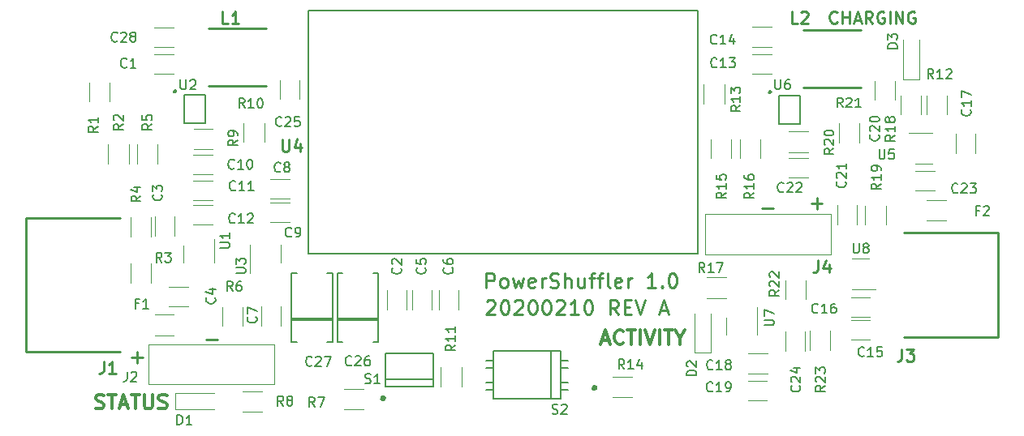
<source format=gto>
G04 #@! TF.GenerationSoftware,KiCad,Pcbnew,(5.0.0)*
G04 #@! TF.CreationDate,2020-02-24T01:00:23-08:00*
G04 #@! TF.ProjectId,PowerShuffler,506F77657253687566666C65722E6B69,rev?*
G04 #@! TF.SameCoordinates,Original*
G04 #@! TF.FileFunction,Legend,Top*
G04 #@! TF.FilePolarity,Positive*
%FSLAX46Y46*%
G04 Gerber Fmt 4.6, Leading zero omitted, Abs format (unit mm)*
G04 Created by KiCad (PCBNEW (5.0.0)) date 02/24/20 01:00:23*
%MOMM*%
%LPD*%
G01*
G04 APERTURE LIST*
%ADD10C,0.254000*%
%ADD11C,0.300000*%
%ADD12C,0.279400*%
%ADD13C,0.120000*%
%ADD14C,0.150000*%
%ADD15C,0.400000*%
%ADD16C,0.600000*%
%ADD17C,0.203200*%
G04 APERTURE END LIST*
D10*
X135868228Y-92247357D02*
X137029371Y-92247357D01*
X136448800Y-92827928D02*
X136448800Y-91666785D01*
X130775528Y-92729957D02*
X131936671Y-92729957D01*
X64989528Y-108325557D02*
X66150671Y-108325557D01*
X65570100Y-108906128D02*
X65570100Y-107744985D01*
X72736528Y-106445957D02*
X73897671Y-106445957D01*
D11*
X61208114Y-113637142D02*
X61422400Y-113708571D01*
X61779542Y-113708571D01*
X61922400Y-113637142D01*
X61993828Y-113565714D01*
X62065257Y-113422857D01*
X62065257Y-113280000D01*
X61993828Y-113137142D01*
X61922400Y-113065714D01*
X61779542Y-112994285D01*
X61493828Y-112922857D01*
X61350971Y-112851428D01*
X61279542Y-112780000D01*
X61208114Y-112637142D01*
X61208114Y-112494285D01*
X61279542Y-112351428D01*
X61350971Y-112280000D01*
X61493828Y-112208571D01*
X61850971Y-112208571D01*
X62065257Y-112280000D01*
X62493828Y-112208571D02*
X63350971Y-112208571D01*
X62922400Y-113708571D02*
X62922400Y-112208571D01*
X63779542Y-113280000D02*
X64493828Y-113280000D01*
X63636685Y-113708571D02*
X64136685Y-112208571D01*
X64636685Y-113708571D01*
X64922400Y-112208571D02*
X65779542Y-112208571D01*
X65350971Y-113708571D02*
X65350971Y-112208571D01*
X66279542Y-112208571D02*
X66279542Y-113422857D01*
X66350971Y-113565714D01*
X66422400Y-113637142D01*
X66565257Y-113708571D01*
X66850971Y-113708571D01*
X66993828Y-113637142D01*
X67065257Y-113565714D01*
X67136685Y-113422857D01*
X67136685Y-112208571D01*
X67779542Y-113637142D02*
X67993828Y-113708571D01*
X68350971Y-113708571D01*
X68493828Y-113637142D01*
X68565257Y-113565714D01*
X68636685Y-113422857D01*
X68636685Y-113280000D01*
X68565257Y-113137142D01*
X68493828Y-113065714D01*
X68350971Y-112994285D01*
X68065257Y-112922857D01*
X67922400Y-112851428D01*
X67850971Y-112780000D01*
X67779542Y-112637142D01*
X67779542Y-112494285D01*
X67850971Y-112351428D01*
X67922400Y-112280000D01*
X68065257Y-112208571D01*
X68422400Y-112208571D01*
X68636685Y-112280000D01*
X114063200Y-106549000D02*
X114777485Y-106549000D01*
X113920342Y-106977571D02*
X114420342Y-105477571D01*
X114920342Y-106977571D01*
X116277485Y-106834714D02*
X116206057Y-106906142D01*
X115991771Y-106977571D01*
X115848914Y-106977571D01*
X115634628Y-106906142D01*
X115491771Y-106763285D01*
X115420342Y-106620428D01*
X115348914Y-106334714D01*
X115348914Y-106120428D01*
X115420342Y-105834714D01*
X115491771Y-105691857D01*
X115634628Y-105549000D01*
X115848914Y-105477571D01*
X115991771Y-105477571D01*
X116206057Y-105549000D01*
X116277485Y-105620428D01*
X116706057Y-105477571D02*
X117563200Y-105477571D01*
X117134628Y-106977571D02*
X117134628Y-105477571D01*
X118063200Y-106977571D02*
X118063200Y-105477571D01*
X118563200Y-105477571D02*
X119063200Y-106977571D01*
X119563200Y-105477571D01*
X120063200Y-106977571D02*
X120063200Y-105477571D01*
X120563200Y-105477571D02*
X121420342Y-105477571D01*
X120991771Y-106977571D02*
X120991771Y-105477571D01*
X122206057Y-106263285D02*
X122206057Y-106977571D01*
X121706057Y-105477571D02*
X122206057Y-106263285D01*
X122706057Y-105477571D01*
D10*
X138576352Y-73326171D02*
X138515876Y-73386647D01*
X138334447Y-73447123D01*
X138213495Y-73447123D01*
X138032066Y-73386647D01*
X137911114Y-73265695D01*
X137850638Y-73144742D01*
X137790161Y-72902838D01*
X137790161Y-72721409D01*
X137850638Y-72479504D01*
X137911114Y-72358552D01*
X138032066Y-72237600D01*
X138213495Y-72177123D01*
X138334447Y-72177123D01*
X138515876Y-72237600D01*
X138576352Y-72298076D01*
X139120638Y-73447123D02*
X139120638Y-72177123D01*
X139120638Y-72781885D02*
X139846352Y-72781885D01*
X139846352Y-73447123D02*
X139846352Y-72177123D01*
X140390638Y-73084266D02*
X140995400Y-73084266D01*
X140269685Y-73447123D02*
X140693019Y-72177123D01*
X141116352Y-73447123D01*
X142265400Y-73447123D02*
X141842066Y-72842361D01*
X141539685Y-73447123D02*
X141539685Y-72177123D01*
X142023495Y-72177123D01*
X142144447Y-72237600D01*
X142204923Y-72298076D01*
X142265400Y-72419028D01*
X142265400Y-72600457D01*
X142204923Y-72721409D01*
X142144447Y-72781885D01*
X142023495Y-72842361D01*
X141539685Y-72842361D01*
X143474923Y-72237600D02*
X143353971Y-72177123D01*
X143172542Y-72177123D01*
X142991114Y-72237600D01*
X142870161Y-72358552D01*
X142809685Y-72479504D01*
X142749209Y-72721409D01*
X142749209Y-72902838D01*
X142809685Y-73144742D01*
X142870161Y-73265695D01*
X142991114Y-73386647D01*
X143172542Y-73447123D01*
X143293495Y-73447123D01*
X143474923Y-73386647D01*
X143535400Y-73326171D01*
X143535400Y-72902838D01*
X143293495Y-72902838D01*
X144079685Y-73447123D02*
X144079685Y-72177123D01*
X144684447Y-73447123D02*
X144684447Y-72177123D01*
X145410161Y-73447123D01*
X145410161Y-72177123D01*
X146680161Y-72237600D02*
X146559209Y-72177123D01*
X146377780Y-72177123D01*
X146196352Y-72237600D01*
X146075400Y-72358552D01*
X146014923Y-72479504D01*
X145954447Y-72721409D01*
X145954447Y-72902838D01*
X146014923Y-73144742D01*
X146075400Y-73265695D01*
X146196352Y-73386647D01*
X146377780Y-73447123D01*
X146498733Y-73447123D01*
X146680161Y-73386647D01*
X146740638Y-73326171D01*
X146740638Y-72902838D01*
X146498733Y-72902838D01*
D12*
X102020914Y-102485371D02*
X102093485Y-102412800D01*
X102238628Y-102340228D01*
X102601485Y-102340228D01*
X102746628Y-102412800D01*
X102819200Y-102485371D01*
X102891771Y-102630514D01*
X102891771Y-102775657D01*
X102819200Y-102993371D01*
X101948342Y-103864228D01*
X102891771Y-103864228D01*
X103835200Y-102340228D02*
X103980342Y-102340228D01*
X104125485Y-102412800D01*
X104198057Y-102485371D01*
X104270628Y-102630514D01*
X104343200Y-102920800D01*
X104343200Y-103283657D01*
X104270628Y-103573942D01*
X104198057Y-103719085D01*
X104125485Y-103791657D01*
X103980342Y-103864228D01*
X103835200Y-103864228D01*
X103690057Y-103791657D01*
X103617485Y-103719085D01*
X103544914Y-103573942D01*
X103472342Y-103283657D01*
X103472342Y-102920800D01*
X103544914Y-102630514D01*
X103617485Y-102485371D01*
X103690057Y-102412800D01*
X103835200Y-102340228D01*
X104923771Y-102485371D02*
X104996342Y-102412800D01*
X105141485Y-102340228D01*
X105504342Y-102340228D01*
X105649485Y-102412800D01*
X105722057Y-102485371D01*
X105794628Y-102630514D01*
X105794628Y-102775657D01*
X105722057Y-102993371D01*
X104851200Y-103864228D01*
X105794628Y-103864228D01*
X106738057Y-102340228D02*
X106883200Y-102340228D01*
X107028342Y-102412800D01*
X107100914Y-102485371D01*
X107173485Y-102630514D01*
X107246057Y-102920800D01*
X107246057Y-103283657D01*
X107173485Y-103573942D01*
X107100914Y-103719085D01*
X107028342Y-103791657D01*
X106883200Y-103864228D01*
X106738057Y-103864228D01*
X106592914Y-103791657D01*
X106520342Y-103719085D01*
X106447771Y-103573942D01*
X106375200Y-103283657D01*
X106375200Y-102920800D01*
X106447771Y-102630514D01*
X106520342Y-102485371D01*
X106592914Y-102412800D01*
X106738057Y-102340228D01*
X108189485Y-102340228D02*
X108334628Y-102340228D01*
X108479771Y-102412800D01*
X108552342Y-102485371D01*
X108624914Y-102630514D01*
X108697485Y-102920800D01*
X108697485Y-103283657D01*
X108624914Y-103573942D01*
X108552342Y-103719085D01*
X108479771Y-103791657D01*
X108334628Y-103864228D01*
X108189485Y-103864228D01*
X108044342Y-103791657D01*
X107971771Y-103719085D01*
X107899200Y-103573942D01*
X107826628Y-103283657D01*
X107826628Y-102920800D01*
X107899200Y-102630514D01*
X107971771Y-102485371D01*
X108044342Y-102412800D01*
X108189485Y-102340228D01*
X109278057Y-102485371D02*
X109350628Y-102412800D01*
X109495771Y-102340228D01*
X109858628Y-102340228D01*
X110003771Y-102412800D01*
X110076342Y-102485371D01*
X110148914Y-102630514D01*
X110148914Y-102775657D01*
X110076342Y-102993371D01*
X109205485Y-103864228D01*
X110148914Y-103864228D01*
X111600342Y-103864228D02*
X110729485Y-103864228D01*
X111164914Y-103864228D02*
X111164914Y-102340228D01*
X111019771Y-102557942D01*
X110874628Y-102703085D01*
X110729485Y-102775657D01*
X112543771Y-102340228D02*
X112688914Y-102340228D01*
X112834057Y-102412800D01*
X112906628Y-102485371D01*
X112979200Y-102630514D01*
X113051771Y-102920800D01*
X113051771Y-103283657D01*
X112979200Y-103573942D01*
X112906628Y-103719085D01*
X112834057Y-103791657D01*
X112688914Y-103864228D01*
X112543771Y-103864228D01*
X112398628Y-103791657D01*
X112326057Y-103719085D01*
X112253485Y-103573942D01*
X112180914Y-103283657D01*
X112180914Y-102920800D01*
X112253485Y-102630514D01*
X112326057Y-102485371D01*
X112398628Y-102412800D01*
X112543771Y-102340228D01*
X115736914Y-103864228D02*
X115228914Y-103138514D01*
X114866057Y-103864228D02*
X114866057Y-102340228D01*
X115446628Y-102340228D01*
X115591771Y-102412800D01*
X115664342Y-102485371D01*
X115736914Y-102630514D01*
X115736914Y-102848228D01*
X115664342Y-102993371D01*
X115591771Y-103065942D01*
X115446628Y-103138514D01*
X114866057Y-103138514D01*
X116390057Y-103065942D02*
X116898057Y-103065942D01*
X117115771Y-103864228D02*
X116390057Y-103864228D01*
X116390057Y-102340228D01*
X117115771Y-102340228D01*
X117551199Y-102340228D02*
X118059199Y-103864228D01*
X118567200Y-102340228D01*
X120163771Y-103428800D02*
X120889485Y-103428800D01*
X120018628Y-103864228D02*
X120526628Y-102340228D01*
X121034628Y-103864228D01*
X101955600Y-101057528D02*
X101955600Y-99533528D01*
X102536171Y-99533528D01*
X102681314Y-99606100D01*
X102753885Y-99678671D01*
X102826457Y-99823814D01*
X102826457Y-100041528D01*
X102753885Y-100186671D01*
X102681314Y-100259242D01*
X102536171Y-100331814D01*
X101955600Y-100331814D01*
X103697314Y-101057528D02*
X103552171Y-100984957D01*
X103479600Y-100912385D01*
X103407028Y-100767242D01*
X103407028Y-100331814D01*
X103479600Y-100186671D01*
X103552171Y-100114100D01*
X103697314Y-100041528D01*
X103915028Y-100041528D01*
X104060171Y-100114100D01*
X104132742Y-100186671D01*
X104205314Y-100331814D01*
X104205314Y-100767242D01*
X104132742Y-100912385D01*
X104060171Y-100984957D01*
X103915028Y-101057528D01*
X103697314Y-101057528D01*
X104713314Y-100041528D02*
X105003600Y-101057528D01*
X105293885Y-100331814D01*
X105584171Y-101057528D01*
X105874457Y-100041528D01*
X107035600Y-100984957D02*
X106890457Y-101057528D01*
X106600171Y-101057528D01*
X106455028Y-100984957D01*
X106382457Y-100839814D01*
X106382457Y-100259242D01*
X106455028Y-100114100D01*
X106600171Y-100041528D01*
X106890457Y-100041528D01*
X107035600Y-100114100D01*
X107108171Y-100259242D01*
X107108171Y-100404385D01*
X106382457Y-100549528D01*
X107761314Y-101057528D02*
X107761314Y-100041528D01*
X107761314Y-100331814D02*
X107833885Y-100186671D01*
X107906457Y-100114100D01*
X108051600Y-100041528D01*
X108196742Y-100041528D01*
X108632171Y-100984957D02*
X108849885Y-101057528D01*
X109212742Y-101057528D01*
X109357885Y-100984957D01*
X109430457Y-100912385D01*
X109503028Y-100767242D01*
X109503028Y-100622100D01*
X109430457Y-100476957D01*
X109357885Y-100404385D01*
X109212742Y-100331814D01*
X108922457Y-100259242D01*
X108777314Y-100186671D01*
X108704742Y-100114100D01*
X108632171Y-99968957D01*
X108632171Y-99823814D01*
X108704742Y-99678671D01*
X108777314Y-99606100D01*
X108922457Y-99533528D01*
X109285314Y-99533528D01*
X109503028Y-99606100D01*
X110156171Y-101057528D02*
X110156171Y-99533528D01*
X110809314Y-101057528D02*
X110809314Y-100259242D01*
X110736742Y-100114100D01*
X110591600Y-100041528D01*
X110373885Y-100041528D01*
X110228742Y-100114100D01*
X110156171Y-100186671D01*
X112188171Y-100041528D02*
X112188171Y-101057528D01*
X111535028Y-100041528D02*
X111535028Y-100839814D01*
X111607600Y-100984957D01*
X111752742Y-101057528D01*
X111970457Y-101057528D01*
X112115600Y-100984957D01*
X112188171Y-100912385D01*
X112696171Y-100041528D02*
X113276742Y-100041528D01*
X112913885Y-101057528D02*
X112913885Y-99751242D01*
X112986457Y-99606100D01*
X113131600Y-99533528D01*
X113276742Y-99533528D01*
X113567028Y-100041528D02*
X114147600Y-100041528D01*
X113784742Y-101057528D02*
X113784742Y-99751242D01*
X113857314Y-99606100D01*
X114002457Y-99533528D01*
X114147600Y-99533528D01*
X114873314Y-101057528D02*
X114728171Y-100984957D01*
X114655600Y-100839814D01*
X114655600Y-99533528D01*
X116034457Y-100984957D02*
X115889314Y-101057528D01*
X115599028Y-101057528D01*
X115453885Y-100984957D01*
X115381314Y-100839814D01*
X115381314Y-100259242D01*
X115453885Y-100114100D01*
X115599028Y-100041528D01*
X115889314Y-100041528D01*
X116034457Y-100114100D01*
X116107028Y-100259242D01*
X116107028Y-100404385D01*
X115381314Y-100549528D01*
X116760171Y-101057528D02*
X116760171Y-100041528D01*
X116760171Y-100331814D02*
X116832742Y-100186671D01*
X116905314Y-100114100D01*
X117050457Y-100041528D01*
X117195600Y-100041528D01*
X119663028Y-101057528D02*
X118792171Y-101057528D01*
X119227600Y-101057528D02*
X119227600Y-99533528D01*
X119082457Y-99751242D01*
X118937314Y-99896385D01*
X118792171Y-99968957D01*
X120316171Y-100912385D02*
X120388742Y-100984957D01*
X120316171Y-101057528D01*
X120243600Y-100984957D01*
X120316171Y-100912385D01*
X120316171Y-101057528D01*
X121332171Y-99533528D02*
X121477314Y-99533528D01*
X121622457Y-99606100D01*
X121695028Y-99678671D01*
X121767600Y-99823814D01*
X121840171Y-100114100D01*
X121840171Y-100476957D01*
X121767600Y-100767242D01*
X121695028Y-100912385D01*
X121622457Y-100984957D01*
X121477314Y-101057528D01*
X121332171Y-101057528D01*
X121187028Y-100984957D01*
X121114457Y-100912385D01*
X121041885Y-100767242D01*
X120969314Y-100476957D01*
X120969314Y-100114100D01*
X121041885Y-99823814D01*
X121114457Y-99678671D01*
X121187028Y-99606100D01*
X121332171Y-99533528D01*
D13*
G04 #@! TO.C,J2*
X66767100Y-106965100D02*
X66767100Y-111165100D01*
X66767100Y-111165100D02*
X79867100Y-111165100D01*
X79867100Y-111165100D02*
X79867100Y-106965100D01*
X79867100Y-106965100D02*
X66767100Y-106965100D01*
G04 #@! TO.C,J4*
X137906100Y-97560500D02*
X137906100Y-93360500D01*
X137906100Y-93360500D02*
X124806100Y-93360500D01*
X124806100Y-93360500D02*
X124806100Y-97560500D01*
X124806100Y-97560500D02*
X137906100Y-97560500D01*
G04 #@! TO.C,C28*
X67338700Y-75924600D02*
X69338700Y-75924600D01*
X69338700Y-73884600D02*
X67338700Y-73884600D01*
D14*
G04 #@! TO.C,U6*
X134716700Y-80952400D02*
X132516700Y-80952400D01*
X132516700Y-80952400D02*
X132516700Y-83952400D01*
X132516700Y-83952400D02*
X134716700Y-83952400D01*
X134716700Y-83952400D02*
X134716700Y-80952400D01*
D15*
X131586700Y-80612400D02*
G75*
G03X131586700Y-80612400I-50000J0D01*
G01*
D14*
G04 #@! TO.C,U2*
X72639100Y-80863500D02*
X70439100Y-80863500D01*
X70439100Y-80863500D02*
X70439100Y-83863500D01*
X70439100Y-83863500D02*
X72639100Y-83863500D01*
X72639100Y-83863500D02*
X72639100Y-80863500D01*
D15*
X69509100Y-80523500D02*
G75*
G03X69509100Y-80523500I-50000J0D01*
G01*
D14*
G04 #@! TO.C,S1*
X91449632Y-111402059D02*
X96449632Y-111402059D01*
X96449632Y-111402059D02*
X96449632Y-107902059D01*
X96449632Y-107902059D02*
X91449632Y-107902059D01*
X91449632Y-107902059D02*
X91449632Y-111402059D01*
X91449632Y-110652059D02*
X96449632Y-110652059D01*
D16*
X91219632Y-112592059D02*
G75*
G03X91219632Y-112592059I-50000J0D01*
G01*
D13*
G04 #@! TO.C,D3*
X145428600Y-79208800D02*
X145428600Y-75158800D01*
X147128600Y-79208800D02*
X147128600Y-75158800D01*
X145428600Y-79258800D02*
X147128600Y-79258800D01*
G04 #@! TO.C,D2*
X123698900Y-107859200D02*
X125398900Y-107859200D01*
X125398900Y-107809200D02*
X125398900Y-103759200D01*
X123698900Y-107809200D02*
X123698900Y-103759200D01*
G04 #@! TO.C,D1*
X69521700Y-112078400D02*
X69521700Y-113778400D01*
X69571700Y-113778400D02*
X73621700Y-113778400D01*
X69571700Y-112078400D02*
X73621700Y-112078400D01*
D17*
G04 #@! TO.C,C26*
X86443932Y-99492059D02*
X87002732Y-99492059D01*
X90152332Y-106756459D02*
X90711132Y-106756459D01*
X90711132Y-99492059D02*
X90711132Y-106756459D01*
X86443932Y-104470459D02*
X90711132Y-104470459D01*
X86443932Y-104267259D02*
X90711132Y-104267259D01*
X86443932Y-106756459D02*
X87002732Y-106756459D01*
X86443932Y-99492059D02*
X86443932Y-106756459D01*
X90152332Y-99492059D02*
X90711132Y-99492059D01*
G04 #@! TO.C,C27*
X85351732Y-99492060D02*
X85910532Y-99492060D01*
X81643332Y-99492060D02*
X81643332Y-106756460D01*
X81643332Y-106756460D02*
X82202132Y-106756460D01*
X81643332Y-104267260D02*
X85910532Y-104267260D01*
X81643332Y-104470460D02*
X85910532Y-104470460D01*
X85910532Y-99492060D02*
X85910532Y-106756460D01*
X85351732Y-106756460D02*
X85910532Y-106756460D01*
X81643332Y-99492060D02*
X82202132Y-99492060D01*
D13*
G04 #@! TO.C,C25*
X80399700Y-79352900D02*
X80399700Y-81352900D01*
X82439700Y-81352900D02*
X82439700Y-79352900D01*
D10*
G04 #@! TO.C,J3*
X155405600Y-106259000D02*
X145555600Y-106259000D01*
X145555600Y-95259000D02*
X155405600Y-95259000D01*
X155405600Y-95259000D02*
X155405600Y-106259000D01*
G04 #@! TO.C,J1*
X53903100Y-93759000D02*
X63753100Y-93759000D01*
X63753100Y-107759000D02*
X53903100Y-107759000D01*
X53903100Y-107759000D02*
X53903100Y-93759000D01*
D13*
G04 #@! TO.C,U1*
X70386300Y-96610600D02*
X70386300Y-98410600D01*
X73606300Y-98410600D02*
X73606300Y-95960600D01*
G04 #@! TO.C,U8*
X140120800Y-101254200D02*
X142570800Y-101254200D01*
X141920800Y-98034200D02*
X140120800Y-98034200D01*
D14*
G04 #@! TO.C,U4*
X83388200Y-97523300D02*
X83388200Y-72123300D01*
X83388200Y-72123300D02*
X124028200Y-72123300D01*
X124028200Y-72123300D02*
X124028200Y-97523300D01*
X124028200Y-97523300D02*
X83388200Y-97523300D01*
G04 #@! TO.C,S2*
X109735500Y-112685200D02*
X109735500Y-107685200D01*
X109735500Y-107685200D02*
X102735500Y-107685200D01*
X102735500Y-107685200D02*
X102735500Y-112685200D01*
X102735500Y-112685200D02*
X109735500Y-112685200D01*
X108735500Y-112685200D02*
X108735500Y-107685200D01*
D16*
X113270500Y-111505200D02*
G75*
G03X113270500Y-111505200I-50000J0D01*
G01*
D14*
X109735500Y-110935200D02*
X110485500Y-110935200D01*
X110485500Y-111685200D02*
X109735500Y-111685200D01*
X110485500Y-109435200D02*
X109735500Y-109435200D01*
X110485500Y-108685200D02*
X109735500Y-108685200D01*
X102735500Y-109435200D02*
X101985500Y-109435200D01*
X101985500Y-108685200D02*
X102735500Y-108685200D01*
X102735500Y-110935200D02*
X101985500Y-110935200D01*
X101985500Y-111685200D02*
X102735500Y-111685200D01*
D10*
G04 #@! TO.C,L1*
X72975900Y-80000100D02*
X78975900Y-80000100D01*
X72975900Y-74000100D02*
X78975900Y-74000100D01*
G04 #@! TO.C,L2*
X135053500Y-80114400D02*
X141053500Y-80114400D01*
X135053500Y-74114400D02*
X141053500Y-74114400D01*
D13*
G04 #@! TO.C,C11*
X71402700Y-91939300D02*
X73402700Y-91939300D01*
X73402700Y-89899300D02*
X71402700Y-89899300D01*
G04 #@! TO.C,C24*
X135259000Y-107629200D02*
X135259000Y-105629200D01*
X133219000Y-105629200D02*
X133219000Y-107629200D01*
G04 #@! TO.C,C23*
X148764500Y-88832500D02*
X146764500Y-88832500D01*
X146764500Y-90872500D02*
X148764500Y-90872500D01*
G04 #@! TO.C,C22*
X133569200Y-89539000D02*
X135569200Y-89539000D01*
X135569200Y-87499000D02*
X133569200Y-87499000D01*
G04 #@! TO.C,C21*
X138603800Y-92433900D02*
X138603800Y-94433900D01*
X140643800Y-94433900D02*
X140643800Y-92433900D01*
G04 #@! TO.C,C18*
X131289300Y-107955650D02*
X129289300Y-107955650D01*
X129289300Y-109995650D02*
X131289300Y-109995650D01*
G04 #@! TO.C,C20*
X144580800Y-81441800D02*
X144580800Y-79441800D01*
X142540800Y-79441800D02*
X142540800Y-81441800D01*
G04 #@! TO.C,C19*
X131276600Y-110790800D02*
X129276600Y-110790800D01*
X129276600Y-112830800D02*
X131276600Y-112830800D01*
G04 #@! TO.C,C17*
X150948200Y-84979000D02*
X150948200Y-86979000D01*
X152988200Y-86979000D02*
X152988200Y-84979000D01*
G04 #@! TO.C,C16*
X142016681Y-102053200D02*
X140016681Y-102053200D01*
X140016681Y-104093200D02*
X142016681Y-104093200D01*
G04 #@! TO.C,C14*
X131759200Y-73833800D02*
X129759200Y-73833800D01*
X129759200Y-75873800D02*
X131759200Y-75873800D01*
G04 #@! TO.C,C13*
X131759200Y-76665900D02*
X129759200Y-76665900D01*
X129759200Y-78705900D02*
X131759200Y-78705900D01*
G04 #@! TO.C,C10*
X71402700Y-89221500D02*
X73402700Y-89221500D01*
X73402700Y-87181500D02*
X71402700Y-87181500D01*
G04 #@! TO.C,C9*
X81456950Y-92196393D02*
X79456950Y-92196393D01*
X79456950Y-94236393D02*
X81456950Y-94236393D01*
G04 #@! TO.C,C8*
X81456950Y-89681793D02*
X79456950Y-89681793D01*
X79456950Y-91721793D02*
X81456950Y-91721793D01*
G04 #@! TO.C,C7*
X78494700Y-103025700D02*
X78494700Y-105025700D01*
X80534700Y-105025700D02*
X80534700Y-103025700D01*
G04 #@! TO.C,C6*
X97024000Y-101311200D02*
X97024000Y-103311200D01*
X99064000Y-103311200D02*
X99064000Y-101311200D01*
G04 #@! TO.C,C5*
X94204600Y-101311200D02*
X94204600Y-103311200D01*
X96244600Y-103311200D02*
X96244600Y-101311200D01*
G04 #@! TO.C,C4*
X70862700Y-100973700D02*
X68862700Y-100973700D01*
X68862700Y-103013700D02*
X70862700Y-103013700D01*
G04 #@! TO.C,C1*
X69326000Y-76678600D02*
X67326000Y-76678600D01*
X67326000Y-78718600D02*
X69326000Y-78718600D01*
G04 #@! TO.C,C3*
X67420300Y-93640400D02*
X67420300Y-95640400D01*
X69460300Y-95640400D02*
X69460300Y-93640400D01*
G04 #@! TO.C,C15*
X142020800Y-104465581D02*
X140020800Y-104465581D01*
X140020800Y-106505581D02*
X142020800Y-106505581D01*
G04 #@! TO.C,C2*
X91646932Y-101311459D02*
X91646932Y-103311459D01*
X93686932Y-103311459D02*
X93686932Y-101311459D01*
G04 #@! TO.C,C12*
X71402700Y-94453900D02*
X73402700Y-94453900D01*
X73402700Y-92413900D02*
X71402700Y-92413900D01*
G04 #@! TO.C,F1*
X67389500Y-103882800D02*
X69389500Y-103882800D01*
X69389500Y-106022800D02*
X67389500Y-106022800D01*
G04 #@! TO.C,F2*
X147945600Y-91894000D02*
X149945600Y-91894000D01*
X149945600Y-94034000D02*
X147945600Y-94034000D01*
G04 #@! TO.C,R3*
X66972500Y-98517200D02*
X66972500Y-100517200D01*
X64832500Y-100517200D02*
X64832500Y-98517200D01*
G04 #@! TO.C,R20*
X135556500Y-86896600D02*
X133556500Y-86896600D01*
X133556500Y-84756600D02*
X135556500Y-84756600D01*
G04 #@! TO.C,R21*
X138782400Y-85899500D02*
X138782400Y-83899500D01*
X140922400Y-83899500D02*
X140922400Y-85899500D01*
G04 #@! TO.C,R22*
X133169000Y-102269800D02*
X133169000Y-100269800D01*
X135309000Y-100269800D02*
X135309000Y-102269800D01*
G04 #@! TO.C,R13*
X126812700Y-79835500D02*
X126812700Y-81835500D01*
X124672700Y-81835500D02*
X124672700Y-79835500D01*
G04 #@! TO.C,R23*
X135734400Y-107578400D02*
X135734400Y-105578400D01*
X137874400Y-105578400D02*
X137874400Y-107578400D01*
G04 #@! TO.C,R19*
X143665600Y-92484700D02*
X143665600Y-94484700D01*
X141525600Y-94484700D02*
X141525600Y-92484700D01*
G04 #@! TO.C,R18*
X147348600Y-80978500D02*
X147348600Y-82978500D01*
X145208600Y-82978500D02*
X145208600Y-80978500D01*
G04 #@! TO.C,R17*
X124996700Y-99983900D02*
X126996700Y-99983900D01*
X126996700Y-102123900D02*
X124996700Y-102123900D01*
G04 #@! TO.C,R16*
X130597300Y-85550500D02*
X130597300Y-87550500D01*
X128457300Y-87550500D02*
X128457300Y-85550500D01*
G04 #@! TO.C,R15*
X127511200Y-85550500D02*
X127511200Y-87550500D01*
X125371200Y-87550500D02*
X125371200Y-85550500D01*
G04 #@! TO.C,R14*
X115154200Y-110385200D02*
X117154200Y-110385200D01*
X117154200Y-112525200D02*
X115154200Y-112525200D01*
G04 #@! TO.C,R4*
X66970300Y-93691200D02*
X66970300Y-95691200D01*
X64830300Y-95691200D02*
X64830300Y-93691200D01*
G04 #@! TO.C,R5*
X67643400Y-86109300D02*
X67643400Y-88109300D01*
X65503400Y-88109300D02*
X65503400Y-86109300D01*
G04 #@! TO.C,R6*
X76546100Y-103076500D02*
X76546100Y-105076500D01*
X74406100Y-105076500D02*
X74406100Y-103076500D01*
G04 #@! TO.C,R7*
X87158432Y-111630059D02*
X89158432Y-111630059D01*
X89158432Y-113770059D02*
X87158432Y-113770059D01*
G04 #@! TO.C,R12*
X147901000Y-82965800D02*
X147901000Y-80965800D01*
X150041000Y-80965800D02*
X150041000Y-82965800D01*
G04 #@! TO.C,R9*
X73453500Y-86579100D02*
X71453500Y-86579100D01*
X71453500Y-84439100D02*
X73453500Y-84439100D01*
G04 #@! TO.C,R10*
X76666700Y-85836000D02*
X76666700Y-83836000D01*
X78806700Y-83836000D02*
X78806700Y-85836000D01*
G04 #@! TO.C,R11*
X99368000Y-109363000D02*
X99368000Y-111363000D01*
X97228000Y-111363000D02*
X97228000Y-109363000D01*
G04 #@! TO.C,R1*
X62703100Y-79606900D02*
X62703100Y-81606900D01*
X60563100Y-81606900D02*
X60563100Y-79606900D01*
G04 #@! TO.C,R2*
X64671600Y-86109300D02*
X64671600Y-88109300D01*
X62531600Y-88109300D02*
X62531600Y-86109300D01*
G04 #@! TO.C,R8*
X78546200Y-113998400D02*
X76546200Y-113998400D01*
X76546200Y-111858400D02*
X78546200Y-111858400D01*
G04 #@! TO.C,U5*
X146724800Y-88135100D02*
X148524800Y-88135100D01*
X148524800Y-84915100D02*
X146074800Y-84915100D01*
G04 #@! TO.C,U3*
X80568350Y-98408993D02*
X80568350Y-96608993D01*
X77348350Y-96608993D02*
X77348350Y-99558993D01*
G04 #@! TO.C,U7*
X127012543Y-104202150D02*
X127012543Y-106002150D01*
X130232543Y-106002150D02*
X130232543Y-103052150D01*
G04 #@! TO.C,J2*
D17*
X64487466Y-109840780D02*
X64487466Y-110555066D01*
X64439847Y-110697923D01*
X64344609Y-110793161D01*
X64201752Y-110840780D01*
X64106514Y-110840780D01*
X64916038Y-109936019D02*
X64963657Y-109888400D01*
X65058895Y-109840780D01*
X65296990Y-109840780D01*
X65392228Y-109888400D01*
X65439847Y-109936019D01*
X65487466Y-110031257D01*
X65487466Y-110126495D01*
X65439847Y-110269352D01*
X64868419Y-110840780D01*
X65487466Y-110840780D01*
G04 #@! TO.C,J4*
D10*
X136571566Y-98212123D02*
X136571566Y-99119266D01*
X136511090Y-99300695D01*
X136390138Y-99421647D01*
X136208709Y-99482123D01*
X136087757Y-99482123D01*
X137720614Y-98635457D02*
X137720614Y-99482123D01*
X137418233Y-98151647D02*
X137115852Y-99058790D01*
X137902042Y-99058790D01*
G04 #@! TO.C,C28*
D17*
X63479442Y-75274442D02*
X63431823Y-75322061D01*
X63288966Y-75369680D01*
X63193728Y-75369680D01*
X63050871Y-75322061D01*
X62955633Y-75226823D01*
X62908014Y-75131585D01*
X62860395Y-74941109D01*
X62860395Y-74798252D01*
X62908014Y-74607776D01*
X62955633Y-74512538D01*
X63050871Y-74417300D01*
X63193728Y-74369680D01*
X63288966Y-74369680D01*
X63431823Y-74417300D01*
X63479442Y-74464919D01*
X63860395Y-74464919D02*
X63908014Y-74417300D01*
X64003252Y-74369680D01*
X64241347Y-74369680D01*
X64336585Y-74417300D01*
X64384204Y-74464919D01*
X64431823Y-74560157D01*
X64431823Y-74655395D01*
X64384204Y-74798252D01*
X63812776Y-75369680D01*
X64431823Y-75369680D01*
X65003252Y-74798252D02*
X64908014Y-74750633D01*
X64860395Y-74703014D01*
X64812776Y-74607776D01*
X64812776Y-74560157D01*
X64860395Y-74464919D01*
X64908014Y-74417300D01*
X65003252Y-74369680D01*
X65193728Y-74369680D01*
X65288966Y-74417300D01*
X65336585Y-74464919D01*
X65384204Y-74560157D01*
X65384204Y-74607776D01*
X65336585Y-74703014D01*
X65288966Y-74750633D01*
X65193728Y-74798252D01*
X65003252Y-74798252D01*
X64908014Y-74845871D01*
X64860395Y-74893490D01*
X64812776Y-74988728D01*
X64812776Y-75179204D01*
X64860395Y-75274442D01*
X64908014Y-75322061D01*
X65003252Y-75369680D01*
X65193728Y-75369680D01*
X65288966Y-75322061D01*
X65336585Y-75274442D01*
X65384204Y-75179204D01*
X65384204Y-74988728D01*
X65336585Y-74893490D01*
X65288966Y-74845871D01*
X65193728Y-74798252D01*
G04 #@! TO.C,U6*
X132106004Y-79301219D02*
X132106004Y-80123695D01*
X132154385Y-80220457D01*
X132202766Y-80268838D01*
X132299528Y-80317219D01*
X132493052Y-80317219D01*
X132589814Y-80268838D01*
X132638195Y-80220457D01*
X132686576Y-80123695D01*
X132686576Y-79301219D01*
X133605814Y-79301219D02*
X133412290Y-79301219D01*
X133315528Y-79349600D01*
X133267147Y-79397980D01*
X133170385Y-79543123D01*
X133122004Y-79736647D01*
X133122004Y-80123695D01*
X133170385Y-80220457D01*
X133218766Y-80268838D01*
X133315528Y-80317219D01*
X133509052Y-80317219D01*
X133605814Y-80268838D01*
X133654195Y-80220457D01*
X133702576Y-80123695D01*
X133702576Y-79881790D01*
X133654195Y-79785028D01*
X133605814Y-79736647D01*
X133509052Y-79688266D01*
X133315528Y-79688266D01*
X133218766Y-79736647D01*
X133170385Y-79785028D01*
X133122004Y-79881790D01*
G04 #@! TO.C,U2*
X70066504Y-79326619D02*
X70066504Y-80149095D01*
X70114885Y-80245857D01*
X70163266Y-80294238D01*
X70260028Y-80342619D01*
X70453552Y-80342619D01*
X70550314Y-80294238D01*
X70598695Y-80245857D01*
X70647076Y-80149095D01*
X70647076Y-79326619D01*
X71082504Y-79423380D02*
X71130885Y-79375000D01*
X71227647Y-79326619D01*
X71469552Y-79326619D01*
X71566314Y-79375000D01*
X71614695Y-79423380D01*
X71663076Y-79520142D01*
X71663076Y-79616904D01*
X71614695Y-79762047D01*
X71034123Y-80342619D01*
X71663076Y-80342619D01*
G04 #@! TO.C,S1*
X89334951Y-111005057D02*
X89480094Y-111053438D01*
X89721999Y-111053438D01*
X89818761Y-111005057D01*
X89867142Y-110956676D01*
X89915523Y-110859914D01*
X89915523Y-110763152D01*
X89867142Y-110666390D01*
X89818761Y-110618009D01*
X89721999Y-110569628D01*
X89528475Y-110521247D01*
X89431713Y-110472866D01*
X89383332Y-110424485D01*
X89334951Y-110327723D01*
X89334951Y-110230961D01*
X89383332Y-110134199D01*
X89431713Y-110085819D01*
X89528475Y-110037438D01*
X89770380Y-110037438D01*
X89915523Y-110085819D01*
X90883142Y-111053438D02*
X90302570Y-111053438D01*
X90592856Y-111053438D02*
X90592856Y-110037438D01*
X90496094Y-110182580D01*
X90399332Y-110279342D01*
X90302570Y-110327723D01*
G04 #@! TO.C,D3*
X144876780Y-76049095D02*
X143876780Y-76049095D01*
X143876780Y-75811000D01*
X143924400Y-75668142D01*
X144019638Y-75572904D01*
X144114876Y-75525285D01*
X144305352Y-75477666D01*
X144448209Y-75477666D01*
X144638685Y-75525285D01*
X144733923Y-75572904D01*
X144829161Y-75668142D01*
X144876780Y-75811000D01*
X144876780Y-76049095D01*
X143876780Y-75144333D02*
X143876780Y-74525285D01*
X144257733Y-74858619D01*
X144257733Y-74715761D01*
X144305352Y-74620523D01*
X144352971Y-74572904D01*
X144448209Y-74525285D01*
X144686304Y-74525285D01*
X144781542Y-74572904D01*
X144829161Y-74620523D01*
X144876780Y-74715761D01*
X144876780Y-75001476D01*
X144829161Y-75096714D01*
X144781542Y-75144333D01*
G04 #@! TO.C,D2*
X123896380Y-110237495D02*
X122896380Y-110237495D01*
X122896380Y-109999400D01*
X122944000Y-109856542D01*
X123039238Y-109761304D01*
X123134476Y-109713685D01*
X123324952Y-109666066D01*
X123467809Y-109666066D01*
X123658285Y-109713685D01*
X123753523Y-109761304D01*
X123848761Y-109856542D01*
X123896380Y-109999400D01*
X123896380Y-110237495D01*
X122991619Y-109285114D02*
X122944000Y-109237495D01*
X122896380Y-109142257D01*
X122896380Y-108904161D01*
X122944000Y-108808923D01*
X122991619Y-108761304D01*
X123086857Y-108713685D01*
X123182095Y-108713685D01*
X123324952Y-108761304D01*
X123896380Y-109332733D01*
X123896380Y-108713685D01*
G04 #@! TO.C,D1*
X69721504Y-115361980D02*
X69721504Y-114361980D01*
X69959600Y-114361980D01*
X70102457Y-114409600D01*
X70197695Y-114504838D01*
X70245314Y-114600076D01*
X70292933Y-114790552D01*
X70292933Y-114933409D01*
X70245314Y-115123885D01*
X70197695Y-115219123D01*
X70102457Y-115314361D01*
X69959600Y-115361980D01*
X69721504Y-115361980D01*
X71245314Y-115361980D02*
X70673885Y-115361980D01*
X70959600Y-115361980D02*
X70959600Y-114361980D01*
X70864361Y-114504838D01*
X70769123Y-114600076D01*
X70673885Y-114647695D01*
G04 #@! TO.C,C26*
X87916657Y-109112957D02*
X87868276Y-109161338D01*
X87723133Y-109209719D01*
X87626371Y-109209719D01*
X87481228Y-109161338D01*
X87384466Y-109064576D01*
X87336085Y-108967814D01*
X87287704Y-108774290D01*
X87287704Y-108629147D01*
X87336085Y-108435623D01*
X87384466Y-108338861D01*
X87481228Y-108242100D01*
X87626371Y-108193719D01*
X87723133Y-108193719D01*
X87868276Y-108242100D01*
X87916657Y-108290480D01*
X88303704Y-108290480D02*
X88352085Y-108242100D01*
X88448847Y-108193719D01*
X88690752Y-108193719D01*
X88787514Y-108242100D01*
X88835895Y-108290480D01*
X88884276Y-108387242D01*
X88884276Y-108484004D01*
X88835895Y-108629147D01*
X88255323Y-109209719D01*
X88884276Y-109209719D01*
X89755133Y-108193719D02*
X89561609Y-108193719D01*
X89464847Y-108242100D01*
X89416466Y-108290480D01*
X89319704Y-108435623D01*
X89271323Y-108629147D01*
X89271323Y-109016195D01*
X89319704Y-109112957D01*
X89368085Y-109161338D01*
X89464847Y-109209719D01*
X89658371Y-109209719D01*
X89755133Y-109161338D01*
X89803514Y-109112957D01*
X89851895Y-109016195D01*
X89851895Y-108774290D01*
X89803514Y-108677528D01*
X89755133Y-108629147D01*
X89658371Y-108580766D01*
X89464847Y-108580766D01*
X89368085Y-108629147D01*
X89319704Y-108677528D01*
X89271323Y-108774290D01*
G04 #@! TO.C,C27*
X83776457Y-109151057D02*
X83728076Y-109199438D01*
X83582933Y-109247819D01*
X83486171Y-109247819D01*
X83341028Y-109199438D01*
X83244266Y-109102676D01*
X83195885Y-109005914D01*
X83147504Y-108812390D01*
X83147504Y-108667247D01*
X83195885Y-108473723D01*
X83244266Y-108376961D01*
X83341028Y-108280200D01*
X83486171Y-108231819D01*
X83582933Y-108231819D01*
X83728076Y-108280200D01*
X83776457Y-108328580D01*
X84163504Y-108328580D02*
X84211885Y-108280200D01*
X84308647Y-108231819D01*
X84550552Y-108231819D01*
X84647314Y-108280200D01*
X84695695Y-108328580D01*
X84744076Y-108425342D01*
X84744076Y-108522104D01*
X84695695Y-108667247D01*
X84115123Y-109247819D01*
X84744076Y-109247819D01*
X85082742Y-108231819D02*
X85760076Y-108231819D01*
X85324647Y-109247819D01*
G04 #@! TO.C,C25*
X80611742Y-84100942D02*
X80564123Y-84148561D01*
X80421266Y-84196180D01*
X80326028Y-84196180D01*
X80183171Y-84148561D01*
X80087933Y-84053323D01*
X80040314Y-83958085D01*
X79992695Y-83767609D01*
X79992695Y-83624752D01*
X80040314Y-83434276D01*
X80087933Y-83339038D01*
X80183171Y-83243800D01*
X80326028Y-83196180D01*
X80421266Y-83196180D01*
X80564123Y-83243800D01*
X80611742Y-83291419D01*
X80992695Y-83291419D02*
X81040314Y-83243800D01*
X81135552Y-83196180D01*
X81373647Y-83196180D01*
X81468885Y-83243800D01*
X81516504Y-83291419D01*
X81564123Y-83386657D01*
X81564123Y-83481895D01*
X81516504Y-83624752D01*
X80945076Y-84196180D01*
X81564123Y-84196180D01*
X82468885Y-83196180D02*
X81992695Y-83196180D01*
X81945076Y-83672371D01*
X81992695Y-83624752D01*
X82087933Y-83577133D01*
X82326028Y-83577133D01*
X82421266Y-83624752D01*
X82468885Y-83672371D01*
X82516504Y-83767609D01*
X82516504Y-84005704D01*
X82468885Y-84100942D01*
X82421266Y-84148561D01*
X82326028Y-84196180D01*
X82087933Y-84196180D01*
X81992695Y-84148561D01*
X81945076Y-84100942D01*
G04 #@! TO.C,J3*
D10*
X145321866Y-107457723D02*
X145321866Y-108364866D01*
X145261390Y-108546295D01*
X145140438Y-108667247D01*
X144959009Y-108727723D01*
X144838057Y-108727723D01*
X145805676Y-107457723D02*
X146591866Y-107457723D01*
X146168533Y-107941533D01*
X146349961Y-107941533D01*
X146470914Y-108002009D01*
X146531390Y-108062485D01*
X146591866Y-108183438D01*
X146591866Y-108485819D01*
X146531390Y-108606771D01*
X146470914Y-108667247D01*
X146349961Y-108727723D01*
X145987104Y-108727723D01*
X145866152Y-108667247D01*
X145805676Y-108606771D01*
G04 #@! TO.C,J1*
X62035266Y-108753123D02*
X62035266Y-109660266D01*
X61974790Y-109841695D01*
X61853838Y-109962647D01*
X61672409Y-110023123D01*
X61551457Y-110023123D01*
X63305266Y-110023123D02*
X62579552Y-110023123D01*
X62942409Y-110023123D02*
X62942409Y-108753123D01*
X62821457Y-108934552D01*
X62700504Y-109055504D01*
X62579552Y-109115980D01*
G04 #@! TO.C,U1*
D17*
X74191880Y-96900904D02*
X75001404Y-96900904D01*
X75096642Y-96853285D01*
X75144261Y-96805666D01*
X75191880Y-96710428D01*
X75191880Y-96519952D01*
X75144261Y-96424714D01*
X75096642Y-96377095D01*
X75001404Y-96329476D01*
X74191880Y-96329476D01*
X75191880Y-95329476D02*
X75191880Y-95900904D01*
X75191880Y-95615190D02*
X74191880Y-95615190D01*
X74334738Y-95710428D01*
X74429976Y-95805666D01*
X74477595Y-95900904D01*
G04 #@! TO.C,U8*
X140272104Y-96420819D02*
X140272104Y-97243295D01*
X140320485Y-97340057D01*
X140368866Y-97388438D01*
X140465628Y-97436819D01*
X140659152Y-97436819D01*
X140755914Y-97388438D01*
X140804295Y-97340057D01*
X140852676Y-97243295D01*
X140852676Y-96420819D01*
X141481628Y-96856247D02*
X141384866Y-96807866D01*
X141336485Y-96759485D01*
X141288104Y-96662723D01*
X141288104Y-96614342D01*
X141336485Y-96517580D01*
X141384866Y-96469200D01*
X141481628Y-96420819D01*
X141675152Y-96420819D01*
X141771914Y-96469200D01*
X141820295Y-96517580D01*
X141868676Y-96614342D01*
X141868676Y-96662723D01*
X141820295Y-96759485D01*
X141771914Y-96807866D01*
X141675152Y-96856247D01*
X141481628Y-96856247D01*
X141384866Y-96904628D01*
X141336485Y-96953009D01*
X141288104Y-97049771D01*
X141288104Y-97243295D01*
X141336485Y-97340057D01*
X141384866Y-97388438D01*
X141481628Y-97436819D01*
X141675152Y-97436819D01*
X141771914Y-97388438D01*
X141820295Y-97340057D01*
X141868676Y-97243295D01*
X141868676Y-97049771D01*
X141820295Y-96953009D01*
X141771914Y-96904628D01*
X141675152Y-96856247D01*
G04 #@! TO.C,U4*
D10*
X80667980Y-85537523D02*
X80667980Y-86565619D01*
X80728457Y-86686571D01*
X80788933Y-86747047D01*
X80909885Y-86807523D01*
X81151790Y-86807523D01*
X81272742Y-86747047D01*
X81333219Y-86686571D01*
X81393695Y-86565619D01*
X81393695Y-85537523D01*
X82542742Y-85960857D02*
X82542742Y-86807523D01*
X82240361Y-85477047D02*
X81937980Y-86384190D01*
X82724171Y-86384190D01*
G04 #@! TO.C,S2*
D17*
X108852304Y-114203238D02*
X108997447Y-114251619D01*
X109239352Y-114251619D01*
X109336114Y-114203238D01*
X109384495Y-114154857D01*
X109432876Y-114058095D01*
X109432876Y-113961333D01*
X109384495Y-113864571D01*
X109336114Y-113816190D01*
X109239352Y-113767809D01*
X109045828Y-113719428D01*
X108949066Y-113671047D01*
X108900685Y-113622666D01*
X108852304Y-113525904D01*
X108852304Y-113429142D01*
X108900685Y-113332380D01*
X108949066Y-113284000D01*
X109045828Y-113235619D01*
X109287733Y-113235619D01*
X109432876Y-113284000D01*
X109819923Y-113332380D02*
X109868304Y-113284000D01*
X109965066Y-113235619D01*
X110206971Y-113235619D01*
X110303733Y-113284000D01*
X110352114Y-113332380D01*
X110400495Y-113429142D01*
X110400495Y-113525904D01*
X110352114Y-113671047D01*
X109771542Y-114251619D01*
X110400495Y-114251619D01*
G04 #@! TO.C,L1*
D10*
X75044233Y-73484623D02*
X74439471Y-73484623D01*
X74439471Y-72214623D01*
X76132804Y-73484623D02*
X75407090Y-73484623D01*
X75769947Y-73484623D02*
X75769947Y-72214623D01*
X75648995Y-72396052D01*
X75528042Y-72517004D01*
X75407090Y-72577480D01*
G04 #@! TO.C,L2*
X134459133Y-73447123D02*
X133854371Y-73447123D01*
X133854371Y-72177123D01*
X134821990Y-72298076D02*
X134882466Y-72237600D01*
X135003419Y-72177123D01*
X135305800Y-72177123D01*
X135426752Y-72237600D01*
X135487228Y-72298076D01*
X135547704Y-72419028D01*
X135547704Y-72539980D01*
X135487228Y-72721409D01*
X134761514Y-73447123D01*
X135547704Y-73447123D01*
G04 #@! TO.C,C11*
D17*
X75798442Y-90806542D02*
X75750823Y-90854161D01*
X75607966Y-90901780D01*
X75512728Y-90901780D01*
X75369871Y-90854161D01*
X75274633Y-90758923D01*
X75227014Y-90663685D01*
X75179395Y-90473209D01*
X75179395Y-90330352D01*
X75227014Y-90139876D01*
X75274633Y-90044638D01*
X75369871Y-89949400D01*
X75512728Y-89901780D01*
X75607966Y-89901780D01*
X75750823Y-89949400D01*
X75798442Y-89997019D01*
X76750823Y-90901780D02*
X76179395Y-90901780D01*
X76465109Y-90901780D02*
X76465109Y-89901780D01*
X76369871Y-90044638D01*
X76274633Y-90139876D01*
X76179395Y-90187495D01*
X77703204Y-90901780D02*
X77131776Y-90901780D01*
X77417490Y-90901780D02*
X77417490Y-89901780D01*
X77322252Y-90044638D01*
X77227014Y-90139876D01*
X77131776Y-90187495D01*
G04 #@! TO.C,C24*
X134646942Y-111285257D02*
X134694561Y-111332876D01*
X134742180Y-111475733D01*
X134742180Y-111570971D01*
X134694561Y-111713828D01*
X134599323Y-111809066D01*
X134504085Y-111856685D01*
X134313609Y-111904304D01*
X134170752Y-111904304D01*
X133980276Y-111856685D01*
X133885038Y-111809066D01*
X133789800Y-111713828D01*
X133742180Y-111570971D01*
X133742180Y-111475733D01*
X133789800Y-111332876D01*
X133837419Y-111285257D01*
X133837419Y-110904304D02*
X133789800Y-110856685D01*
X133742180Y-110761447D01*
X133742180Y-110523352D01*
X133789800Y-110428114D01*
X133837419Y-110380495D01*
X133932657Y-110332876D01*
X134027895Y-110332876D01*
X134170752Y-110380495D01*
X134742180Y-110951923D01*
X134742180Y-110332876D01*
X134075514Y-109475733D02*
X134742180Y-109475733D01*
X133694561Y-109713828D02*
X134408847Y-109951923D01*
X134408847Y-109332876D01*
G04 #@! TO.C,C23*
X151172942Y-91060542D02*
X151125323Y-91108161D01*
X150982466Y-91155780D01*
X150887228Y-91155780D01*
X150744371Y-91108161D01*
X150649133Y-91012923D01*
X150601514Y-90917685D01*
X150553895Y-90727209D01*
X150553895Y-90584352D01*
X150601514Y-90393876D01*
X150649133Y-90298638D01*
X150744371Y-90203400D01*
X150887228Y-90155780D01*
X150982466Y-90155780D01*
X151125323Y-90203400D01*
X151172942Y-90251019D01*
X151553895Y-90251019D02*
X151601514Y-90203400D01*
X151696752Y-90155780D01*
X151934847Y-90155780D01*
X152030085Y-90203400D01*
X152077704Y-90251019D01*
X152125323Y-90346257D01*
X152125323Y-90441495D01*
X152077704Y-90584352D01*
X151506276Y-91155780D01*
X152125323Y-91155780D01*
X152458657Y-90155780D02*
X153077704Y-90155780D01*
X152744371Y-90536733D01*
X152887228Y-90536733D01*
X152982466Y-90584352D01*
X153030085Y-90631971D01*
X153077704Y-90727209D01*
X153077704Y-90965304D01*
X153030085Y-91060542D01*
X152982466Y-91108161D01*
X152887228Y-91155780D01*
X152601514Y-91155780D01*
X152506276Y-91108161D01*
X152458657Y-91060542D01*
G04 #@! TO.C,C22*
X132986542Y-90984342D02*
X132938923Y-91031961D01*
X132796066Y-91079580D01*
X132700828Y-91079580D01*
X132557971Y-91031961D01*
X132462733Y-90936723D01*
X132415114Y-90841485D01*
X132367495Y-90651009D01*
X132367495Y-90508152D01*
X132415114Y-90317676D01*
X132462733Y-90222438D01*
X132557971Y-90127200D01*
X132700828Y-90079580D01*
X132796066Y-90079580D01*
X132938923Y-90127200D01*
X132986542Y-90174819D01*
X133367495Y-90174819D02*
X133415114Y-90127200D01*
X133510352Y-90079580D01*
X133748447Y-90079580D01*
X133843685Y-90127200D01*
X133891304Y-90174819D01*
X133938923Y-90270057D01*
X133938923Y-90365295D01*
X133891304Y-90508152D01*
X133319876Y-91079580D01*
X133938923Y-91079580D01*
X134319876Y-90174819D02*
X134367495Y-90127200D01*
X134462733Y-90079580D01*
X134700828Y-90079580D01*
X134796066Y-90127200D01*
X134843685Y-90174819D01*
X134891304Y-90270057D01*
X134891304Y-90365295D01*
X134843685Y-90508152D01*
X134272257Y-91079580D01*
X134891304Y-91079580D01*
G04 #@! TO.C,C21*
X139422142Y-89974657D02*
X139469761Y-90022276D01*
X139517380Y-90165133D01*
X139517380Y-90260371D01*
X139469761Y-90403228D01*
X139374523Y-90498466D01*
X139279285Y-90546085D01*
X139088809Y-90593704D01*
X138945952Y-90593704D01*
X138755476Y-90546085D01*
X138660238Y-90498466D01*
X138565000Y-90403228D01*
X138517380Y-90260371D01*
X138517380Y-90165133D01*
X138565000Y-90022276D01*
X138612619Y-89974657D01*
X138612619Y-89593704D02*
X138565000Y-89546085D01*
X138517380Y-89450847D01*
X138517380Y-89212752D01*
X138565000Y-89117514D01*
X138612619Y-89069895D01*
X138707857Y-89022276D01*
X138803095Y-89022276D01*
X138945952Y-89069895D01*
X139517380Y-89641323D01*
X139517380Y-89022276D01*
X139517380Y-88069895D02*
X139517380Y-88641323D01*
X139517380Y-88355609D02*
X138517380Y-88355609D01*
X138660238Y-88450847D01*
X138755476Y-88546085D01*
X138803095Y-88641323D01*
G04 #@! TO.C,C18*
X125597142Y-109517142D02*
X125549523Y-109564761D01*
X125406666Y-109612380D01*
X125311428Y-109612380D01*
X125168571Y-109564761D01*
X125073333Y-109469523D01*
X125025714Y-109374285D01*
X124978095Y-109183809D01*
X124978095Y-109040952D01*
X125025714Y-108850476D01*
X125073333Y-108755238D01*
X125168571Y-108660000D01*
X125311428Y-108612380D01*
X125406666Y-108612380D01*
X125549523Y-108660000D01*
X125597142Y-108707619D01*
X126549523Y-109612380D02*
X125978095Y-109612380D01*
X126263809Y-109612380D02*
X126263809Y-108612380D01*
X126168571Y-108755238D01*
X126073333Y-108850476D01*
X125978095Y-108898095D01*
X127120952Y-109040952D02*
X127025714Y-108993333D01*
X126978095Y-108945714D01*
X126930476Y-108850476D01*
X126930476Y-108802857D01*
X126978095Y-108707619D01*
X127025714Y-108660000D01*
X127120952Y-108612380D01*
X127311428Y-108612380D01*
X127406666Y-108660000D01*
X127454285Y-108707619D01*
X127501904Y-108802857D01*
X127501904Y-108850476D01*
X127454285Y-108945714D01*
X127406666Y-108993333D01*
X127311428Y-109040952D01*
X127120952Y-109040952D01*
X127025714Y-109088571D01*
X126978095Y-109136190D01*
X126930476Y-109231428D01*
X126930476Y-109421904D01*
X126978095Y-109517142D01*
X127025714Y-109564761D01*
X127120952Y-109612380D01*
X127311428Y-109612380D01*
X127406666Y-109564761D01*
X127454285Y-109517142D01*
X127501904Y-109421904D01*
X127501904Y-109231428D01*
X127454285Y-109136190D01*
X127406666Y-109088571D01*
X127311428Y-109040952D01*
G04 #@! TO.C,C20*
X142889242Y-85072457D02*
X142936861Y-85120076D01*
X142984480Y-85262933D01*
X142984480Y-85358171D01*
X142936861Y-85501028D01*
X142841623Y-85596266D01*
X142746385Y-85643885D01*
X142555909Y-85691504D01*
X142413052Y-85691504D01*
X142222576Y-85643885D01*
X142127338Y-85596266D01*
X142032100Y-85501028D01*
X141984480Y-85358171D01*
X141984480Y-85262933D01*
X142032100Y-85120076D01*
X142079719Y-85072457D01*
X142079719Y-84691504D02*
X142032100Y-84643885D01*
X141984480Y-84548647D01*
X141984480Y-84310552D01*
X142032100Y-84215314D01*
X142079719Y-84167695D01*
X142174957Y-84120076D01*
X142270195Y-84120076D01*
X142413052Y-84167695D01*
X142984480Y-84739123D01*
X142984480Y-84120076D01*
X141984480Y-83501028D02*
X141984480Y-83405790D01*
X142032100Y-83310552D01*
X142079719Y-83262933D01*
X142174957Y-83215314D01*
X142365433Y-83167695D01*
X142603528Y-83167695D01*
X142794004Y-83215314D01*
X142889242Y-83262933D01*
X142936861Y-83310552D01*
X142984480Y-83405790D01*
X142984480Y-83501028D01*
X142936861Y-83596266D01*
X142889242Y-83643885D01*
X142794004Y-83691504D01*
X142603528Y-83739123D01*
X142365433Y-83739123D01*
X142174957Y-83691504D01*
X142079719Y-83643885D01*
X142032100Y-83596266D01*
X141984480Y-83501028D01*
G04 #@! TO.C,C19*
X125585499Y-111815392D02*
X125537880Y-111863011D01*
X125395023Y-111910630D01*
X125299785Y-111910630D01*
X125156928Y-111863011D01*
X125061690Y-111767773D01*
X125014071Y-111672535D01*
X124966452Y-111482059D01*
X124966452Y-111339202D01*
X125014071Y-111148726D01*
X125061690Y-111053488D01*
X125156928Y-110958250D01*
X125299785Y-110910630D01*
X125395023Y-110910630D01*
X125537880Y-110958250D01*
X125585499Y-111005869D01*
X126537880Y-111910630D02*
X125966452Y-111910630D01*
X126252166Y-111910630D02*
X126252166Y-110910630D01*
X126156928Y-111053488D01*
X126061690Y-111148726D01*
X125966452Y-111196345D01*
X127014071Y-111910630D02*
X127204547Y-111910630D01*
X127299785Y-111863011D01*
X127347404Y-111815392D01*
X127442642Y-111672535D01*
X127490261Y-111482059D01*
X127490261Y-111101107D01*
X127442642Y-111005869D01*
X127395023Y-110958250D01*
X127299785Y-110910630D01*
X127109309Y-110910630D01*
X127014071Y-110958250D01*
X126966452Y-111005869D01*
X126918833Y-111101107D01*
X126918833Y-111339202D01*
X126966452Y-111434440D01*
X127014071Y-111482059D01*
X127109309Y-111529678D01*
X127299785Y-111529678D01*
X127395023Y-111482059D01*
X127442642Y-111434440D01*
X127490261Y-111339202D01*
G04 #@! TO.C,C17*
X152452342Y-82456257D02*
X152499961Y-82503876D01*
X152547580Y-82646733D01*
X152547580Y-82741971D01*
X152499961Y-82884828D01*
X152404723Y-82980066D01*
X152309485Y-83027685D01*
X152119009Y-83075304D01*
X151976152Y-83075304D01*
X151785676Y-83027685D01*
X151690438Y-82980066D01*
X151595200Y-82884828D01*
X151547580Y-82741971D01*
X151547580Y-82646733D01*
X151595200Y-82503876D01*
X151642819Y-82456257D01*
X152547580Y-81503876D02*
X152547580Y-82075304D01*
X152547580Y-81789590D02*
X151547580Y-81789590D01*
X151690438Y-81884828D01*
X151785676Y-81980066D01*
X151833295Y-82075304D01*
X151547580Y-81170542D02*
X151547580Y-80503876D01*
X152547580Y-80932447D01*
G04 #@! TO.C,C16*
X136580642Y-103621461D02*
X136533023Y-103669080D01*
X136390166Y-103716699D01*
X136294928Y-103716699D01*
X136152071Y-103669080D01*
X136056833Y-103573842D01*
X136009214Y-103478604D01*
X135961595Y-103288128D01*
X135961595Y-103145271D01*
X136009214Y-102954795D01*
X136056833Y-102859557D01*
X136152071Y-102764319D01*
X136294928Y-102716699D01*
X136390166Y-102716699D01*
X136533023Y-102764319D01*
X136580642Y-102811938D01*
X137533023Y-103716699D02*
X136961595Y-103716699D01*
X137247309Y-103716699D02*
X137247309Y-102716699D01*
X137152071Y-102859557D01*
X137056833Y-102954795D01*
X136961595Y-103002414D01*
X138390166Y-102716699D02*
X138199690Y-102716699D01*
X138104452Y-102764319D01*
X138056833Y-102811938D01*
X137961595Y-102954795D01*
X137913976Y-103145271D01*
X137913976Y-103526223D01*
X137961595Y-103621461D01*
X138009214Y-103669080D01*
X138104452Y-103716699D01*
X138294928Y-103716699D01*
X138390166Y-103669080D01*
X138437785Y-103621461D01*
X138485404Y-103526223D01*
X138485404Y-103288128D01*
X138437785Y-103192890D01*
X138390166Y-103145271D01*
X138294928Y-103097652D01*
X138104452Y-103097652D01*
X138009214Y-103145271D01*
X137961595Y-103192890D01*
X137913976Y-103288128D01*
G04 #@! TO.C,C14*
X126001542Y-75515742D02*
X125953923Y-75563361D01*
X125811066Y-75610980D01*
X125715828Y-75610980D01*
X125572971Y-75563361D01*
X125477733Y-75468123D01*
X125430114Y-75372885D01*
X125382495Y-75182409D01*
X125382495Y-75039552D01*
X125430114Y-74849076D01*
X125477733Y-74753838D01*
X125572971Y-74658600D01*
X125715828Y-74610980D01*
X125811066Y-74610980D01*
X125953923Y-74658600D01*
X126001542Y-74706219D01*
X126953923Y-75610980D02*
X126382495Y-75610980D01*
X126668209Y-75610980D02*
X126668209Y-74610980D01*
X126572971Y-74753838D01*
X126477733Y-74849076D01*
X126382495Y-74896695D01*
X127811066Y-74944314D02*
X127811066Y-75610980D01*
X127572971Y-74563361D02*
X127334876Y-75277647D01*
X127953923Y-75277647D01*
G04 #@! TO.C,C13*
X126026942Y-77954142D02*
X125979323Y-78001761D01*
X125836466Y-78049380D01*
X125741228Y-78049380D01*
X125598371Y-78001761D01*
X125503133Y-77906523D01*
X125455514Y-77811285D01*
X125407895Y-77620809D01*
X125407895Y-77477952D01*
X125455514Y-77287476D01*
X125503133Y-77192238D01*
X125598371Y-77097000D01*
X125741228Y-77049380D01*
X125836466Y-77049380D01*
X125979323Y-77097000D01*
X126026942Y-77144619D01*
X126979323Y-78049380D02*
X126407895Y-78049380D01*
X126693609Y-78049380D02*
X126693609Y-77049380D01*
X126598371Y-77192238D01*
X126503133Y-77287476D01*
X126407895Y-77335095D01*
X127312657Y-77049380D02*
X127931704Y-77049380D01*
X127598371Y-77430333D01*
X127741228Y-77430333D01*
X127836466Y-77477952D01*
X127884085Y-77525571D01*
X127931704Y-77620809D01*
X127931704Y-77858904D01*
X127884085Y-77954142D01*
X127836466Y-78001761D01*
X127741228Y-78049380D01*
X127455514Y-78049380D01*
X127360276Y-78001761D01*
X127312657Y-77954142D01*
G04 #@! TO.C,C10*
X75671442Y-88558642D02*
X75623823Y-88606261D01*
X75480966Y-88653880D01*
X75385728Y-88653880D01*
X75242871Y-88606261D01*
X75147633Y-88511023D01*
X75100014Y-88415785D01*
X75052395Y-88225309D01*
X75052395Y-88082452D01*
X75100014Y-87891976D01*
X75147633Y-87796738D01*
X75242871Y-87701500D01*
X75385728Y-87653880D01*
X75480966Y-87653880D01*
X75623823Y-87701500D01*
X75671442Y-87749119D01*
X76623823Y-88653880D02*
X76052395Y-88653880D01*
X76338109Y-88653880D02*
X76338109Y-87653880D01*
X76242871Y-87796738D01*
X76147633Y-87891976D01*
X76052395Y-87939595D01*
X77242871Y-87653880D02*
X77338109Y-87653880D01*
X77433347Y-87701500D01*
X77480966Y-87749119D01*
X77528585Y-87844357D01*
X77576204Y-88034833D01*
X77576204Y-88272928D01*
X77528585Y-88463404D01*
X77480966Y-88558642D01*
X77433347Y-88606261D01*
X77338109Y-88653880D01*
X77242871Y-88653880D01*
X77147633Y-88606261D01*
X77100014Y-88558642D01*
X77052395Y-88463404D01*
X77004776Y-88272928D01*
X77004776Y-88034833D01*
X77052395Y-87844357D01*
X77100014Y-87749119D01*
X77147633Y-87701500D01*
X77242871Y-87653880D01*
G04 #@! TO.C,C9*
X81646733Y-95657942D02*
X81599114Y-95705561D01*
X81456257Y-95753180D01*
X81361019Y-95753180D01*
X81218161Y-95705561D01*
X81122923Y-95610323D01*
X81075304Y-95515085D01*
X81027685Y-95324609D01*
X81027685Y-95181752D01*
X81075304Y-94991276D01*
X81122923Y-94896038D01*
X81218161Y-94800800D01*
X81361019Y-94753180D01*
X81456257Y-94753180D01*
X81599114Y-94800800D01*
X81646733Y-94848419D01*
X82122923Y-95753180D02*
X82313400Y-95753180D01*
X82408638Y-95705561D01*
X82456257Y-95657942D01*
X82551495Y-95515085D01*
X82599114Y-95324609D01*
X82599114Y-94943657D01*
X82551495Y-94848419D01*
X82503876Y-94800800D01*
X82408638Y-94753180D01*
X82218161Y-94753180D01*
X82122923Y-94800800D01*
X82075304Y-94848419D01*
X82027685Y-94943657D01*
X82027685Y-95181752D01*
X82075304Y-95276990D01*
X82122923Y-95324609D01*
X82218161Y-95372228D01*
X82408638Y-95372228D01*
X82503876Y-95324609D01*
X82551495Y-95276990D01*
X82599114Y-95181752D01*
G04 #@! TO.C,C8*
X80493483Y-88876142D02*
X80445864Y-88923761D01*
X80303007Y-88971380D01*
X80207769Y-88971380D01*
X80064911Y-88923761D01*
X79969673Y-88828523D01*
X79922054Y-88733285D01*
X79874435Y-88542809D01*
X79874435Y-88399952D01*
X79922054Y-88209476D01*
X79969673Y-88114238D01*
X80064911Y-88019000D01*
X80207769Y-87971380D01*
X80303007Y-87971380D01*
X80445864Y-88019000D01*
X80493483Y-88066619D01*
X81064911Y-88399952D02*
X80969673Y-88352333D01*
X80922054Y-88304714D01*
X80874435Y-88209476D01*
X80874435Y-88161857D01*
X80922054Y-88066619D01*
X80969673Y-88019000D01*
X81064911Y-87971380D01*
X81255388Y-87971380D01*
X81350626Y-88019000D01*
X81398245Y-88066619D01*
X81445864Y-88161857D01*
X81445864Y-88209476D01*
X81398245Y-88304714D01*
X81350626Y-88352333D01*
X81255388Y-88399952D01*
X81064911Y-88399952D01*
X80969673Y-88447571D01*
X80922054Y-88495190D01*
X80874435Y-88590428D01*
X80874435Y-88780904D01*
X80922054Y-88876142D01*
X80969673Y-88923761D01*
X81064911Y-88971380D01*
X81255388Y-88971380D01*
X81350626Y-88923761D01*
X81398245Y-88876142D01*
X81445864Y-88780904D01*
X81445864Y-88590428D01*
X81398245Y-88495190D01*
X81350626Y-88447571D01*
X81255388Y-88399952D01*
G04 #@! TO.C,C7*
X77941442Y-104116166D02*
X77989061Y-104163785D01*
X78036680Y-104306642D01*
X78036680Y-104401880D01*
X77989061Y-104544738D01*
X77893823Y-104639976D01*
X77798585Y-104687595D01*
X77608109Y-104735214D01*
X77465252Y-104735214D01*
X77274776Y-104687595D01*
X77179538Y-104639976D01*
X77084300Y-104544738D01*
X77036680Y-104401880D01*
X77036680Y-104306642D01*
X77084300Y-104163785D01*
X77131919Y-104116166D01*
X77036680Y-103782833D02*
X77036680Y-103116166D01*
X78036680Y-103544738D01*
G04 #@! TO.C,C6*
X98406857Y-98975333D02*
X98455238Y-99023714D01*
X98503619Y-99168857D01*
X98503619Y-99265619D01*
X98455238Y-99410761D01*
X98358476Y-99507523D01*
X98261714Y-99555904D01*
X98068190Y-99604285D01*
X97923047Y-99604285D01*
X97729523Y-99555904D01*
X97632761Y-99507523D01*
X97536000Y-99410761D01*
X97487619Y-99265619D01*
X97487619Y-99168857D01*
X97536000Y-99023714D01*
X97584380Y-98975333D01*
X97487619Y-98104476D02*
X97487619Y-98298000D01*
X97536000Y-98394761D01*
X97584380Y-98443142D01*
X97729523Y-98539904D01*
X97923047Y-98588285D01*
X98310095Y-98588285D01*
X98406857Y-98539904D01*
X98455238Y-98491523D01*
X98503619Y-98394761D01*
X98503619Y-98201238D01*
X98455238Y-98104476D01*
X98406857Y-98056095D01*
X98310095Y-98007714D01*
X98068190Y-98007714D01*
X97971428Y-98056095D01*
X97923047Y-98104476D01*
X97874666Y-98201238D01*
X97874666Y-98394761D01*
X97923047Y-98491523D01*
X97971428Y-98539904D01*
X98068190Y-98588285D01*
G04 #@! TO.C,C5*
X95587457Y-98975333D02*
X95635838Y-99023714D01*
X95684219Y-99168857D01*
X95684219Y-99265619D01*
X95635838Y-99410761D01*
X95539076Y-99507523D01*
X95442314Y-99555904D01*
X95248790Y-99604285D01*
X95103647Y-99604285D01*
X94910123Y-99555904D01*
X94813361Y-99507523D01*
X94716600Y-99410761D01*
X94668219Y-99265619D01*
X94668219Y-99168857D01*
X94716600Y-99023714D01*
X94764980Y-98975333D01*
X94668219Y-98056095D02*
X94668219Y-98539904D01*
X95152028Y-98588285D01*
X95103647Y-98539904D01*
X95055266Y-98443142D01*
X95055266Y-98201238D01*
X95103647Y-98104476D01*
X95152028Y-98056095D01*
X95248790Y-98007714D01*
X95490695Y-98007714D01*
X95587457Y-98056095D01*
X95635838Y-98104476D01*
X95684219Y-98201238D01*
X95684219Y-98443142D01*
X95635838Y-98539904D01*
X95587457Y-98588285D01*
G04 #@! TO.C,C4*
X73636142Y-102096866D02*
X73683761Y-102144485D01*
X73731380Y-102287342D01*
X73731380Y-102382580D01*
X73683761Y-102525438D01*
X73588523Y-102620676D01*
X73493285Y-102668295D01*
X73302809Y-102715914D01*
X73159952Y-102715914D01*
X72969476Y-102668295D01*
X72874238Y-102620676D01*
X72779000Y-102525438D01*
X72731380Y-102382580D01*
X72731380Y-102287342D01*
X72779000Y-102144485D01*
X72826619Y-102096866D01*
X73064714Y-101239723D02*
X73731380Y-101239723D01*
X72683761Y-101477819D02*
X73398047Y-101715914D01*
X73398047Y-101096866D01*
G04 #@! TO.C,C1*
X64450933Y-77979542D02*
X64403314Y-78027161D01*
X64260457Y-78074780D01*
X64165219Y-78074780D01*
X64022361Y-78027161D01*
X63927123Y-77931923D01*
X63879504Y-77836685D01*
X63831885Y-77646209D01*
X63831885Y-77503352D01*
X63879504Y-77312876D01*
X63927123Y-77217638D01*
X64022361Y-77122400D01*
X64165219Y-77074780D01*
X64260457Y-77074780D01*
X64403314Y-77122400D01*
X64450933Y-77170019D01*
X65403314Y-78074780D02*
X64831885Y-78074780D01*
X65117600Y-78074780D02*
X65117600Y-77074780D01*
X65022361Y-77217638D01*
X64927123Y-77312876D01*
X64831885Y-77360495D01*
G04 #@! TO.C,C3*
X68073542Y-91327266D02*
X68121161Y-91374885D01*
X68168780Y-91517742D01*
X68168780Y-91612980D01*
X68121161Y-91755838D01*
X68025923Y-91851076D01*
X67930685Y-91898695D01*
X67740209Y-91946314D01*
X67597352Y-91946314D01*
X67406876Y-91898695D01*
X67311638Y-91851076D01*
X67216400Y-91755838D01*
X67168780Y-91612980D01*
X67168780Y-91517742D01*
X67216400Y-91374885D01*
X67264019Y-91327266D01*
X67168780Y-90993933D02*
X67168780Y-90374885D01*
X67549733Y-90708219D01*
X67549733Y-90565361D01*
X67597352Y-90470123D01*
X67644971Y-90422504D01*
X67740209Y-90374885D01*
X67978304Y-90374885D01*
X68073542Y-90422504D01*
X68121161Y-90470123D01*
X68168780Y-90565361D01*
X68168780Y-90851076D01*
X68121161Y-90946314D01*
X68073542Y-90993933D01*
G04 #@! TO.C,C15*
X141393942Y-108154742D02*
X141346323Y-108202361D01*
X141203466Y-108249980D01*
X141108228Y-108249980D01*
X140965371Y-108202361D01*
X140870133Y-108107123D01*
X140822514Y-108011885D01*
X140774895Y-107821409D01*
X140774895Y-107678552D01*
X140822514Y-107488076D01*
X140870133Y-107392838D01*
X140965371Y-107297600D01*
X141108228Y-107249980D01*
X141203466Y-107249980D01*
X141346323Y-107297600D01*
X141393942Y-107345219D01*
X142346323Y-108249980D02*
X141774895Y-108249980D01*
X142060609Y-108249980D02*
X142060609Y-107249980D01*
X141965371Y-107392838D01*
X141870133Y-107488076D01*
X141774895Y-107535695D01*
X143251085Y-107249980D02*
X142774895Y-107249980D01*
X142727276Y-107726171D01*
X142774895Y-107678552D01*
X142870133Y-107630933D01*
X143108228Y-107630933D01*
X143203466Y-107678552D01*
X143251085Y-107726171D01*
X143298704Y-107821409D01*
X143298704Y-108059504D01*
X143251085Y-108154742D01*
X143203466Y-108202361D01*
X143108228Y-108249980D01*
X142870133Y-108249980D01*
X142774895Y-108202361D01*
X142727276Y-108154742D01*
G04 #@! TO.C,C2*
X93029789Y-98988292D02*
X93078170Y-99036673D01*
X93126551Y-99181816D01*
X93126551Y-99278578D01*
X93078170Y-99423720D01*
X92981408Y-99520482D01*
X92884646Y-99568863D01*
X92691122Y-99617244D01*
X92545979Y-99617244D01*
X92352455Y-99568863D01*
X92255693Y-99520482D01*
X92158932Y-99423720D01*
X92110551Y-99278578D01*
X92110551Y-99181816D01*
X92158932Y-99036673D01*
X92207312Y-98988292D01*
X92207312Y-98601244D02*
X92158932Y-98552863D01*
X92110551Y-98456101D01*
X92110551Y-98214197D01*
X92158932Y-98117435D01*
X92207312Y-98069054D01*
X92304074Y-98020673D01*
X92400836Y-98020673D01*
X92545979Y-98069054D01*
X93126551Y-98649625D01*
X93126551Y-98020673D01*
G04 #@! TO.C,C12*
X75747642Y-94210142D02*
X75700023Y-94257761D01*
X75557166Y-94305380D01*
X75461928Y-94305380D01*
X75319071Y-94257761D01*
X75223833Y-94162523D01*
X75176214Y-94067285D01*
X75128595Y-93876809D01*
X75128595Y-93733952D01*
X75176214Y-93543476D01*
X75223833Y-93448238D01*
X75319071Y-93353000D01*
X75461928Y-93305380D01*
X75557166Y-93305380D01*
X75700023Y-93353000D01*
X75747642Y-93400619D01*
X76700023Y-94305380D02*
X76128595Y-94305380D01*
X76414309Y-94305380D02*
X76414309Y-93305380D01*
X76319071Y-93448238D01*
X76223833Y-93543476D01*
X76128595Y-93591095D01*
X77080976Y-93400619D02*
X77128595Y-93353000D01*
X77223833Y-93305380D01*
X77461928Y-93305380D01*
X77557166Y-93353000D01*
X77604785Y-93400619D01*
X77652404Y-93495857D01*
X77652404Y-93591095D01*
X77604785Y-93733952D01*
X77033357Y-94305380D01*
X77652404Y-94305380D01*
G04 #@! TO.C,F1*
X65668566Y-102696971D02*
X65335233Y-102696971D01*
X65335233Y-103220780D02*
X65335233Y-102220780D01*
X65811423Y-102220780D01*
X66716185Y-103220780D02*
X66144757Y-103220780D01*
X66430471Y-103220780D02*
X66430471Y-102220780D01*
X66335233Y-102363638D01*
X66239995Y-102458876D01*
X66144757Y-102506495D01*
G04 #@! TO.C,F2*
X153387466Y-92994171D02*
X153054133Y-92994171D01*
X153054133Y-93517980D02*
X153054133Y-92517980D01*
X153530323Y-92517980D01*
X153863657Y-92613219D02*
X153911276Y-92565600D01*
X154006514Y-92517980D01*
X154244609Y-92517980D01*
X154339847Y-92565600D01*
X154387466Y-92613219D01*
X154435085Y-92708457D01*
X154435085Y-92803695D01*
X154387466Y-92946552D01*
X153816038Y-93517980D01*
X154435085Y-93517980D01*
G04 #@! TO.C,R3*
X68121233Y-98394780D02*
X67787900Y-97918590D01*
X67549804Y-98394780D02*
X67549804Y-97394780D01*
X67930757Y-97394780D01*
X68025995Y-97442400D01*
X68073614Y-97490019D01*
X68121233Y-97585257D01*
X68121233Y-97728114D01*
X68073614Y-97823352D01*
X68025995Y-97870971D01*
X67930757Y-97918590D01*
X67549804Y-97918590D01*
X68454566Y-97394780D02*
X69073614Y-97394780D01*
X68740280Y-97775733D01*
X68883138Y-97775733D01*
X68978376Y-97823352D01*
X69025995Y-97870971D01*
X69073614Y-97966209D01*
X69073614Y-98204304D01*
X69025995Y-98299542D01*
X68978376Y-98347161D01*
X68883138Y-98394780D01*
X68597423Y-98394780D01*
X68502185Y-98347161D01*
X68454566Y-98299542D01*
G04 #@! TO.C,R20*
X138221980Y-86494857D02*
X137745790Y-86828190D01*
X138221980Y-87066285D02*
X137221980Y-87066285D01*
X137221980Y-86685333D01*
X137269600Y-86590095D01*
X137317219Y-86542476D01*
X137412457Y-86494857D01*
X137555314Y-86494857D01*
X137650552Y-86542476D01*
X137698171Y-86590095D01*
X137745790Y-86685333D01*
X137745790Y-87066285D01*
X137317219Y-86113904D02*
X137269600Y-86066285D01*
X137221980Y-85971047D01*
X137221980Y-85732952D01*
X137269600Y-85637714D01*
X137317219Y-85590095D01*
X137412457Y-85542476D01*
X137507695Y-85542476D01*
X137650552Y-85590095D01*
X138221980Y-86161523D01*
X138221980Y-85542476D01*
X137221980Y-84923428D02*
X137221980Y-84828190D01*
X137269600Y-84732952D01*
X137317219Y-84685333D01*
X137412457Y-84637714D01*
X137602933Y-84590095D01*
X137841028Y-84590095D01*
X138031504Y-84637714D01*
X138126742Y-84685333D01*
X138174361Y-84732952D01*
X138221980Y-84828190D01*
X138221980Y-84923428D01*
X138174361Y-85018666D01*
X138126742Y-85066285D01*
X138031504Y-85113904D01*
X137841028Y-85161523D01*
X137602933Y-85161523D01*
X137412457Y-85113904D01*
X137317219Y-85066285D01*
X137269600Y-85018666D01*
X137221980Y-84923428D01*
G04 #@! TO.C,R21*
X139158742Y-82214980D02*
X138825409Y-81738790D01*
X138587314Y-82214980D02*
X138587314Y-81214980D01*
X138968266Y-81214980D01*
X139063504Y-81262600D01*
X139111123Y-81310219D01*
X139158742Y-81405457D01*
X139158742Y-81548314D01*
X139111123Y-81643552D01*
X139063504Y-81691171D01*
X138968266Y-81738790D01*
X138587314Y-81738790D01*
X139539695Y-81310219D02*
X139587314Y-81262600D01*
X139682552Y-81214980D01*
X139920647Y-81214980D01*
X140015885Y-81262600D01*
X140063504Y-81310219D01*
X140111123Y-81405457D01*
X140111123Y-81500695D01*
X140063504Y-81643552D01*
X139492076Y-82214980D01*
X140111123Y-82214980D01*
X141063504Y-82214980D02*
X140492076Y-82214980D01*
X140777790Y-82214980D02*
X140777790Y-81214980D01*
X140682552Y-81357838D01*
X140587314Y-81453076D01*
X140492076Y-81500695D01*
G04 #@! TO.C,R22*
X132527226Y-101288971D02*
X132051036Y-101622304D01*
X132527226Y-101860399D02*
X131527226Y-101860399D01*
X131527226Y-101479447D01*
X131574846Y-101384209D01*
X131622465Y-101336590D01*
X131717703Y-101288971D01*
X131860560Y-101288971D01*
X131955798Y-101336590D01*
X132003417Y-101384209D01*
X132051036Y-101479447D01*
X132051036Y-101860399D01*
X131622465Y-100908018D02*
X131574846Y-100860399D01*
X131527226Y-100765161D01*
X131527226Y-100527066D01*
X131574846Y-100431828D01*
X131622465Y-100384209D01*
X131717703Y-100336590D01*
X131812941Y-100336590D01*
X131955798Y-100384209D01*
X132527226Y-100955637D01*
X132527226Y-100336590D01*
X131622465Y-99955637D02*
X131574846Y-99908018D01*
X131527226Y-99812780D01*
X131527226Y-99574685D01*
X131574846Y-99479447D01*
X131622465Y-99431828D01*
X131717703Y-99384209D01*
X131812941Y-99384209D01*
X131955798Y-99431828D01*
X132527226Y-100003256D01*
X132527226Y-99384209D01*
G04 #@! TO.C,R13*
X128481080Y-82011757D02*
X128004890Y-82345090D01*
X128481080Y-82583185D02*
X127481080Y-82583185D01*
X127481080Y-82202233D01*
X127528700Y-82106995D01*
X127576319Y-82059376D01*
X127671557Y-82011757D01*
X127814414Y-82011757D01*
X127909652Y-82059376D01*
X127957271Y-82106995D01*
X128004890Y-82202233D01*
X128004890Y-82583185D01*
X128481080Y-81059376D02*
X128481080Y-81630804D01*
X128481080Y-81345090D02*
X127481080Y-81345090D01*
X127623938Y-81440328D01*
X127719176Y-81535566D01*
X127766795Y-81630804D01*
X127481080Y-80726042D02*
X127481080Y-80106995D01*
X127862033Y-80440328D01*
X127862033Y-80297471D01*
X127909652Y-80202233D01*
X127957271Y-80154614D01*
X128052509Y-80106995D01*
X128290604Y-80106995D01*
X128385842Y-80154614D01*
X128433461Y-80202233D01*
X128481080Y-80297471D01*
X128481080Y-80583185D01*
X128433461Y-80678423D01*
X128385842Y-80726042D01*
G04 #@! TO.C,R23*
X137327826Y-111283871D02*
X136851636Y-111617204D01*
X137327826Y-111855299D02*
X136327826Y-111855299D01*
X136327826Y-111474347D01*
X136375446Y-111379109D01*
X136423065Y-111331490D01*
X136518303Y-111283871D01*
X136661160Y-111283871D01*
X136756398Y-111331490D01*
X136804017Y-111379109D01*
X136851636Y-111474347D01*
X136851636Y-111855299D01*
X136423065Y-110902918D02*
X136375446Y-110855299D01*
X136327826Y-110760061D01*
X136327826Y-110521966D01*
X136375446Y-110426728D01*
X136423065Y-110379109D01*
X136518303Y-110331490D01*
X136613541Y-110331490D01*
X136756398Y-110379109D01*
X137327826Y-110950537D01*
X137327826Y-110331490D01*
X136327826Y-109998156D02*
X136327826Y-109379109D01*
X136708779Y-109712442D01*
X136708779Y-109569585D01*
X136756398Y-109474347D01*
X136804017Y-109426728D01*
X136899255Y-109379109D01*
X137137350Y-109379109D01*
X137232588Y-109426728D01*
X137280207Y-109474347D01*
X137327826Y-109569585D01*
X137327826Y-109855299D01*
X137280207Y-109950537D01*
X137232588Y-109998156D01*
G04 #@! TO.C,R19*
X143149580Y-90190557D02*
X142673390Y-90523890D01*
X143149580Y-90761985D02*
X142149580Y-90761985D01*
X142149580Y-90381033D01*
X142197200Y-90285795D01*
X142244819Y-90238176D01*
X142340057Y-90190557D01*
X142482914Y-90190557D01*
X142578152Y-90238176D01*
X142625771Y-90285795D01*
X142673390Y-90381033D01*
X142673390Y-90761985D01*
X143149580Y-89238176D02*
X143149580Y-89809604D01*
X143149580Y-89523890D02*
X142149580Y-89523890D01*
X142292438Y-89619128D01*
X142387676Y-89714366D01*
X142435295Y-89809604D01*
X143149580Y-88761985D02*
X143149580Y-88571509D01*
X143101961Y-88476271D01*
X143054342Y-88428652D01*
X142911485Y-88333414D01*
X142721009Y-88285795D01*
X142340057Y-88285795D01*
X142244819Y-88333414D01*
X142197200Y-88381033D01*
X142149580Y-88476271D01*
X142149580Y-88666747D01*
X142197200Y-88761985D01*
X142244819Y-88809604D01*
X142340057Y-88857223D01*
X142578152Y-88857223D01*
X142673390Y-88809604D01*
X142721009Y-88761985D01*
X142768628Y-88666747D01*
X142768628Y-88476271D01*
X142721009Y-88381033D01*
X142673390Y-88333414D01*
X142578152Y-88285795D01*
G04 #@! TO.C,R18*
X144622780Y-85123257D02*
X144146590Y-85456590D01*
X144622780Y-85694685D02*
X143622780Y-85694685D01*
X143622780Y-85313733D01*
X143670400Y-85218495D01*
X143718019Y-85170876D01*
X143813257Y-85123257D01*
X143956114Y-85123257D01*
X144051352Y-85170876D01*
X144098971Y-85218495D01*
X144146590Y-85313733D01*
X144146590Y-85694685D01*
X144622780Y-84170876D02*
X144622780Y-84742304D01*
X144622780Y-84456590D02*
X143622780Y-84456590D01*
X143765638Y-84551828D01*
X143860876Y-84647066D01*
X143908495Y-84742304D01*
X144051352Y-83599447D02*
X144003733Y-83694685D01*
X143956114Y-83742304D01*
X143860876Y-83789923D01*
X143813257Y-83789923D01*
X143718019Y-83742304D01*
X143670400Y-83694685D01*
X143622780Y-83599447D01*
X143622780Y-83408971D01*
X143670400Y-83313733D01*
X143718019Y-83266114D01*
X143813257Y-83218495D01*
X143860876Y-83218495D01*
X143956114Y-83266114D01*
X144003733Y-83313733D01*
X144051352Y-83408971D01*
X144051352Y-83599447D01*
X144098971Y-83694685D01*
X144146590Y-83742304D01*
X144241828Y-83789923D01*
X144432304Y-83789923D01*
X144527542Y-83742304D01*
X144575161Y-83694685D01*
X144622780Y-83599447D01*
X144622780Y-83408971D01*
X144575161Y-83313733D01*
X144527542Y-83266114D01*
X144432304Y-83218495D01*
X144241828Y-83218495D01*
X144146590Y-83266114D01*
X144098971Y-83313733D01*
X144051352Y-83408971D01*
G04 #@! TO.C,R17*
X124744242Y-99436180D02*
X124410909Y-98959990D01*
X124172814Y-99436180D02*
X124172814Y-98436180D01*
X124553766Y-98436180D01*
X124649004Y-98483800D01*
X124696623Y-98531419D01*
X124744242Y-98626657D01*
X124744242Y-98769514D01*
X124696623Y-98864752D01*
X124649004Y-98912371D01*
X124553766Y-98959990D01*
X124172814Y-98959990D01*
X125696623Y-99436180D02*
X125125195Y-99436180D01*
X125410909Y-99436180D02*
X125410909Y-98436180D01*
X125315671Y-98579038D01*
X125220433Y-98674276D01*
X125125195Y-98721895D01*
X126029957Y-98436180D02*
X126696623Y-98436180D01*
X126268052Y-99436180D01*
G04 #@! TO.C,R16*
X129903480Y-91117657D02*
X129427290Y-91450990D01*
X129903480Y-91689085D02*
X128903480Y-91689085D01*
X128903480Y-91308133D01*
X128951100Y-91212895D01*
X128998719Y-91165276D01*
X129093957Y-91117657D01*
X129236814Y-91117657D01*
X129332052Y-91165276D01*
X129379671Y-91212895D01*
X129427290Y-91308133D01*
X129427290Y-91689085D01*
X129903480Y-90165276D02*
X129903480Y-90736704D01*
X129903480Y-90450990D02*
X128903480Y-90450990D01*
X129046338Y-90546228D01*
X129141576Y-90641466D01*
X129189195Y-90736704D01*
X128903480Y-89308133D02*
X128903480Y-89498609D01*
X128951100Y-89593847D01*
X128998719Y-89641466D01*
X129141576Y-89736704D01*
X129332052Y-89784323D01*
X129713004Y-89784323D01*
X129808242Y-89736704D01*
X129855861Y-89689085D01*
X129903480Y-89593847D01*
X129903480Y-89403371D01*
X129855861Y-89308133D01*
X129808242Y-89260514D01*
X129713004Y-89212895D01*
X129474909Y-89212895D01*
X129379671Y-89260514D01*
X129332052Y-89308133D01*
X129284433Y-89403371D01*
X129284433Y-89593847D01*
X129332052Y-89689085D01*
X129379671Y-89736704D01*
X129474909Y-89784323D01*
G04 #@! TO.C,R15*
X126982480Y-91117657D02*
X126506290Y-91450990D01*
X126982480Y-91689085D02*
X125982480Y-91689085D01*
X125982480Y-91308133D01*
X126030100Y-91212895D01*
X126077719Y-91165276D01*
X126172957Y-91117657D01*
X126315814Y-91117657D01*
X126411052Y-91165276D01*
X126458671Y-91212895D01*
X126506290Y-91308133D01*
X126506290Y-91689085D01*
X126982480Y-90165276D02*
X126982480Y-90736704D01*
X126982480Y-90450990D02*
X125982480Y-90450990D01*
X126125338Y-90546228D01*
X126220576Y-90641466D01*
X126268195Y-90736704D01*
X125982480Y-89260514D02*
X125982480Y-89736704D01*
X126458671Y-89784323D01*
X126411052Y-89736704D01*
X126363433Y-89641466D01*
X126363433Y-89403371D01*
X126411052Y-89308133D01*
X126458671Y-89260514D01*
X126553909Y-89212895D01*
X126792004Y-89212895D01*
X126887242Y-89260514D01*
X126934861Y-89308133D01*
X126982480Y-89403371D01*
X126982480Y-89641466D01*
X126934861Y-89736704D01*
X126887242Y-89784323D01*
G04 #@! TO.C,R14*
X116374942Y-109545380D02*
X116041609Y-109069190D01*
X115803514Y-109545380D02*
X115803514Y-108545380D01*
X116184466Y-108545380D01*
X116279704Y-108593000D01*
X116327323Y-108640619D01*
X116374942Y-108735857D01*
X116374942Y-108878714D01*
X116327323Y-108973952D01*
X116279704Y-109021571D01*
X116184466Y-109069190D01*
X115803514Y-109069190D01*
X117327323Y-109545380D02*
X116755895Y-109545380D01*
X117041609Y-109545380D02*
X117041609Y-108545380D01*
X116946371Y-108688238D01*
X116851133Y-108783476D01*
X116755895Y-108831095D01*
X118184466Y-108878714D02*
X118184466Y-109545380D01*
X117946371Y-108497761D02*
X117708276Y-109212047D01*
X118327323Y-109212047D01*
G04 #@! TO.C,R4*
X65908180Y-91454266D02*
X65431990Y-91787600D01*
X65908180Y-92025695D02*
X64908180Y-92025695D01*
X64908180Y-91644742D01*
X64955800Y-91549504D01*
X65003419Y-91501885D01*
X65098657Y-91454266D01*
X65241514Y-91454266D01*
X65336752Y-91501885D01*
X65384371Y-91549504D01*
X65431990Y-91644742D01*
X65431990Y-92025695D01*
X65241514Y-90597123D02*
X65908180Y-90597123D01*
X64860561Y-90835219D02*
X65574847Y-91073314D01*
X65574847Y-90454266D01*
G04 #@! TO.C,R5*
X67089280Y-83935866D02*
X66613090Y-84269200D01*
X67089280Y-84507295D02*
X66089280Y-84507295D01*
X66089280Y-84126342D01*
X66136900Y-84031104D01*
X66184519Y-83983485D01*
X66279757Y-83935866D01*
X66422614Y-83935866D01*
X66517852Y-83983485D01*
X66565471Y-84031104D01*
X66613090Y-84126342D01*
X66613090Y-84507295D01*
X66089280Y-83031104D02*
X66089280Y-83507295D01*
X66565471Y-83554914D01*
X66517852Y-83507295D01*
X66470233Y-83412057D01*
X66470233Y-83173961D01*
X66517852Y-83078723D01*
X66565471Y-83031104D01*
X66660709Y-82983485D01*
X66898804Y-82983485D01*
X66994042Y-83031104D01*
X67041661Y-83078723D01*
X67089280Y-83173961D01*
X67089280Y-83412057D01*
X67041661Y-83507295D01*
X66994042Y-83554914D01*
G04 #@! TO.C,R6*
X75499933Y-101391980D02*
X75166600Y-100915790D01*
X74928504Y-101391980D02*
X74928504Y-100391980D01*
X75309457Y-100391980D01*
X75404695Y-100439600D01*
X75452314Y-100487219D01*
X75499933Y-100582457D01*
X75499933Y-100725314D01*
X75452314Y-100820552D01*
X75404695Y-100868171D01*
X75309457Y-100915790D01*
X74928504Y-100915790D01*
X76357076Y-100391980D02*
X76166600Y-100391980D01*
X76071361Y-100439600D01*
X76023742Y-100487219D01*
X75928504Y-100630076D01*
X75880885Y-100820552D01*
X75880885Y-101201504D01*
X75928504Y-101296742D01*
X75976123Y-101344361D01*
X76071361Y-101391980D01*
X76261838Y-101391980D01*
X76357076Y-101344361D01*
X76404695Y-101296742D01*
X76452314Y-101201504D01*
X76452314Y-100963409D01*
X76404695Y-100868171D01*
X76357076Y-100820552D01*
X76261838Y-100772933D01*
X76071361Y-100772933D01*
X75976123Y-100820552D01*
X75928504Y-100868171D01*
X75880885Y-100963409D01*
G04 #@! TO.C,R7*
X84057066Y-113515019D02*
X83718400Y-113031209D01*
X83476495Y-113515019D02*
X83476495Y-112499019D01*
X83863542Y-112499019D01*
X83960304Y-112547400D01*
X84008685Y-112595780D01*
X84057066Y-112692542D01*
X84057066Y-112837685D01*
X84008685Y-112934447D01*
X83960304Y-112982828D01*
X83863542Y-113031209D01*
X83476495Y-113031209D01*
X84395733Y-112499019D02*
X85073066Y-112499019D01*
X84637638Y-113515019D01*
G04 #@! TO.C,R12*
X148632942Y-79217780D02*
X148299609Y-78741590D01*
X148061514Y-79217780D02*
X148061514Y-78217780D01*
X148442466Y-78217780D01*
X148537704Y-78265400D01*
X148585323Y-78313019D01*
X148632942Y-78408257D01*
X148632942Y-78551114D01*
X148585323Y-78646352D01*
X148537704Y-78693971D01*
X148442466Y-78741590D01*
X148061514Y-78741590D01*
X149585323Y-79217780D02*
X149013895Y-79217780D01*
X149299609Y-79217780D02*
X149299609Y-78217780D01*
X149204371Y-78360638D01*
X149109133Y-78455876D01*
X149013895Y-78503495D01*
X149966276Y-78313019D02*
X150013895Y-78265400D01*
X150109133Y-78217780D01*
X150347228Y-78217780D01*
X150442466Y-78265400D01*
X150490085Y-78313019D01*
X150537704Y-78408257D01*
X150537704Y-78503495D01*
X150490085Y-78646352D01*
X149918657Y-79217780D01*
X150537704Y-79217780D01*
G04 #@! TO.C,R9*
X76030080Y-85624966D02*
X75553890Y-85958300D01*
X76030080Y-86196395D02*
X75030080Y-86196395D01*
X75030080Y-85815442D01*
X75077700Y-85720204D01*
X75125319Y-85672585D01*
X75220557Y-85624966D01*
X75363414Y-85624966D01*
X75458652Y-85672585D01*
X75506271Y-85720204D01*
X75553890Y-85815442D01*
X75553890Y-86196395D01*
X76030080Y-85148776D02*
X76030080Y-84958300D01*
X75982461Y-84863061D01*
X75934842Y-84815442D01*
X75791985Y-84720204D01*
X75601509Y-84672585D01*
X75220557Y-84672585D01*
X75125319Y-84720204D01*
X75077700Y-84767823D01*
X75030080Y-84863061D01*
X75030080Y-85053538D01*
X75077700Y-85148776D01*
X75125319Y-85196395D01*
X75220557Y-85244014D01*
X75458652Y-85244014D01*
X75553890Y-85196395D01*
X75601509Y-85148776D01*
X75649128Y-85053538D01*
X75649128Y-84863061D01*
X75601509Y-84767823D01*
X75553890Y-84720204D01*
X75458652Y-84672585D01*
G04 #@! TO.C,R10*
X76763642Y-82265780D02*
X76430309Y-81789590D01*
X76192214Y-82265780D02*
X76192214Y-81265780D01*
X76573166Y-81265780D01*
X76668404Y-81313400D01*
X76716023Y-81361019D01*
X76763642Y-81456257D01*
X76763642Y-81599114D01*
X76716023Y-81694352D01*
X76668404Y-81741971D01*
X76573166Y-81789590D01*
X76192214Y-81789590D01*
X77716023Y-82265780D02*
X77144595Y-82265780D01*
X77430309Y-82265780D02*
X77430309Y-81265780D01*
X77335071Y-81408638D01*
X77239833Y-81503876D01*
X77144595Y-81551495D01*
X78335071Y-81265780D02*
X78430309Y-81265780D01*
X78525547Y-81313400D01*
X78573166Y-81361019D01*
X78620785Y-81456257D01*
X78668404Y-81646733D01*
X78668404Y-81884828D01*
X78620785Y-82075304D01*
X78573166Y-82170542D01*
X78525547Y-82218161D01*
X78430309Y-82265780D01*
X78335071Y-82265780D01*
X78239833Y-82218161D01*
X78192214Y-82170542D01*
X78144595Y-82075304D01*
X78096976Y-81884828D01*
X78096976Y-81646733D01*
X78144595Y-81456257D01*
X78192214Y-81361019D01*
X78239833Y-81313400D01*
X78335071Y-81265780D01*
G04 #@! TO.C,R11*
X98757619Y-107028342D02*
X98273809Y-107367009D01*
X98757619Y-107608914D02*
X97741619Y-107608914D01*
X97741619Y-107221866D01*
X97790000Y-107125104D01*
X97838380Y-107076723D01*
X97935142Y-107028342D01*
X98080285Y-107028342D01*
X98177047Y-107076723D01*
X98225428Y-107125104D01*
X98273809Y-107221866D01*
X98273809Y-107608914D01*
X98757619Y-106060723D02*
X98757619Y-106641295D01*
X98757619Y-106351009D02*
X97741619Y-106351009D01*
X97886761Y-106447771D01*
X97983523Y-106544533D01*
X98031904Y-106641295D01*
X98757619Y-105093104D02*
X98757619Y-105673676D01*
X98757619Y-105383390D02*
X97741619Y-105383390D01*
X97886761Y-105480152D01*
X97983523Y-105576914D01*
X98031904Y-105673676D01*
G04 #@! TO.C,R1*
X61437780Y-84189866D02*
X60961590Y-84523200D01*
X61437780Y-84761295D02*
X60437780Y-84761295D01*
X60437780Y-84380342D01*
X60485400Y-84285104D01*
X60533019Y-84237485D01*
X60628257Y-84189866D01*
X60771114Y-84189866D01*
X60866352Y-84237485D01*
X60913971Y-84285104D01*
X60961590Y-84380342D01*
X60961590Y-84761295D01*
X61437780Y-83237485D02*
X61437780Y-83808914D01*
X61437780Y-83523200D02*
X60437780Y-83523200D01*
X60580638Y-83618438D01*
X60675876Y-83713676D01*
X60723495Y-83808914D01*
G04 #@! TO.C,R2*
X64066680Y-83948566D02*
X63590490Y-84281900D01*
X64066680Y-84519995D02*
X63066680Y-84519995D01*
X63066680Y-84139042D01*
X63114300Y-84043804D01*
X63161919Y-83996185D01*
X63257157Y-83948566D01*
X63400014Y-83948566D01*
X63495252Y-83996185D01*
X63542871Y-84043804D01*
X63590490Y-84139042D01*
X63590490Y-84519995D01*
X63161919Y-83567614D02*
X63114300Y-83519995D01*
X63066680Y-83424757D01*
X63066680Y-83186661D01*
X63114300Y-83091423D01*
X63161919Y-83043804D01*
X63257157Y-82996185D01*
X63352395Y-82996185D01*
X63495252Y-83043804D01*
X64066680Y-83615233D01*
X64066680Y-82996185D01*
G04 #@! TO.C,R8*
X80795833Y-113380780D02*
X80462500Y-112904590D01*
X80224404Y-113380780D02*
X80224404Y-112380780D01*
X80605357Y-112380780D01*
X80700595Y-112428400D01*
X80748214Y-112476019D01*
X80795833Y-112571257D01*
X80795833Y-112714114D01*
X80748214Y-112809352D01*
X80700595Y-112856971D01*
X80605357Y-112904590D01*
X80224404Y-112904590D01*
X81367261Y-112809352D02*
X81272023Y-112761733D01*
X81224404Y-112714114D01*
X81176785Y-112618876D01*
X81176785Y-112571257D01*
X81224404Y-112476019D01*
X81272023Y-112428400D01*
X81367261Y-112380780D01*
X81557738Y-112380780D01*
X81652976Y-112428400D01*
X81700595Y-112476019D01*
X81748214Y-112571257D01*
X81748214Y-112618876D01*
X81700595Y-112714114D01*
X81652976Y-112761733D01*
X81557738Y-112809352D01*
X81367261Y-112809352D01*
X81272023Y-112856971D01*
X81224404Y-112904590D01*
X81176785Y-112999828D01*
X81176785Y-113190304D01*
X81224404Y-113285542D01*
X81272023Y-113333161D01*
X81367261Y-113380780D01*
X81557738Y-113380780D01*
X81652976Y-113333161D01*
X81700595Y-113285542D01*
X81748214Y-113190304D01*
X81748214Y-112999828D01*
X81700595Y-112904590D01*
X81652976Y-112856971D01*
X81557738Y-112809352D01*
G04 #@! TO.C,U5*
X142976695Y-86599780D02*
X142976695Y-87409304D01*
X143024314Y-87504542D01*
X143071933Y-87552161D01*
X143167171Y-87599780D01*
X143357647Y-87599780D01*
X143452885Y-87552161D01*
X143500504Y-87504542D01*
X143548123Y-87409304D01*
X143548123Y-86599780D01*
X144500504Y-86599780D02*
X144024314Y-86599780D01*
X143976695Y-87075971D01*
X144024314Y-87028352D01*
X144119552Y-86980733D01*
X144357647Y-86980733D01*
X144452885Y-87028352D01*
X144500504Y-87075971D01*
X144548123Y-87171209D01*
X144548123Y-87409304D01*
X144500504Y-87504542D01*
X144452885Y-87552161D01*
X144357647Y-87599780D01*
X144119552Y-87599780D01*
X144024314Y-87552161D01*
X143976695Y-87504542D01*
G04 #@! TO.C,U3*
X75845330Y-99540897D02*
X76654854Y-99540897D01*
X76750092Y-99493278D01*
X76797711Y-99445659D01*
X76845330Y-99350421D01*
X76845330Y-99159945D01*
X76797711Y-99064707D01*
X76750092Y-99017088D01*
X76654854Y-98969469D01*
X75845330Y-98969469D01*
X75845330Y-98588516D02*
X75845330Y-97969469D01*
X76226283Y-98302802D01*
X76226283Y-98159945D01*
X76273902Y-98064707D01*
X76321521Y-98017088D01*
X76416759Y-97969469D01*
X76654854Y-97969469D01*
X76750092Y-98017088D01*
X76797711Y-98064707D01*
X76845330Y-98159945D01*
X76845330Y-98445659D01*
X76797711Y-98540897D01*
X76750092Y-98588516D01*
G04 #@! TO.C,U7*
X130973580Y-104978104D02*
X131783104Y-104978104D01*
X131878342Y-104930485D01*
X131925961Y-104882866D01*
X131973580Y-104787628D01*
X131973580Y-104597152D01*
X131925961Y-104501914D01*
X131878342Y-104454295D01*
X131783104Y-104406676D01*
X130973580Y-104406676D01*
X130973580Y-104025723D02*
X130973580Y-103359057D01*
X131973580Y-103787628D01*
G04 #@! TD*
M02*

</source>
